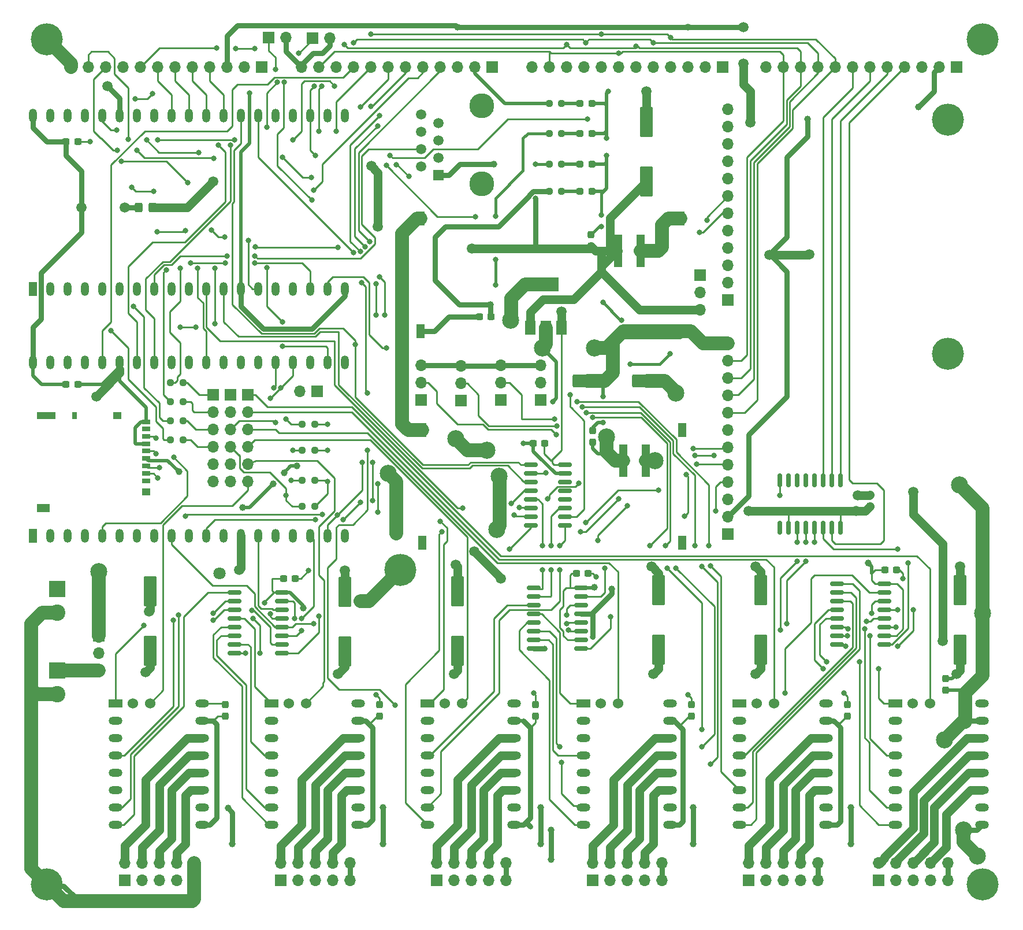
<source format=gtl>
G04 #@! TF.GenerationSoftware,KiCad,Pcbnew,(6.0.0)*
G04 #@! TF.CreationDate,2022-02-08T09:03:49-06:00*
G04 #@! TF.ProjectId,Main Board V1,4d61696e-2042-46f6-9172-642056312e6b,rev?*
G04 #@! TF.SameCoordinates,Original*
G04 #@! TF.FileFunction,Copper,L1,Top*
G04 #@! TF.FilePolarity,Positive*
%FSLAX46Y46*%
G04 Gerber Fmt 4.6, Leading zero omitted, Abs format (unit mm)*
G04 Created by KiCad (PCBNEW (6.0.0)) date 2022-02-08 09:03:49*
%MOMM*%
%LPD*%
G01*
G04 APERTURE LIST*
G04 Aperture macros list*
%AMRoundRect*
0 Rectangle with rounded corners*
0 $1 Rounding radius*
0 $2 $3 $4 $5 $6 $7 $8 $9 X,Y pos of 4 corners*
0 Add a 4 corners polygon primitive as box body*
4,1,4,$2,$3,$4,$5,$6,$7,$8,$9,$2,$3,0*
0 Add four circle primitives for the rounded corners*
1,1,$1+$1,$2,$3*
1,1,$1+$1,$4,$5*
1,1,$1+$1,$6,$7*
1,1,$1+$1,$8,$9*
0 Add four rect primitives between the rounded corners*
20,1,$1+$1,$2,$3,$4,$5,0*
20,1,$1+$1,$4,$5,$6,$7,0*
20,1,$1+$1,$6,$7,$8,$9,0*
20,1,$1+$1,$8,$9,$2,$3,0*%
G04 Aperture macros list end*
G04 #@! TA.AperFunction,SMDPad,CuDef*
%ADD10RoundRect,0.237500X-0.300000X-0.237500X0.300000X-0.237500X0.300000X0.237500X-0.300000X0.237500X0*%
G04 #@! TD*
G04 #@! TA.AperFunction,SMDPad,CuDef*
%ADD11RoundRect,0.237500X0.300000X0.237500X-0.300000X0.237500X-0.300000X-0.237500X0.300000X-0.237500X0*%
G04 #@! TD*
G04 #@! TA.AperFunction,SMDPad,CuDef*
%ADD12RoundRect,0.237500X0.237500X-0.300000X0.237500X0.300000X-0.237500X0.300000X-0.237500X-0.300000X0*%
G04 #@! TD*
G04 #@! TA.AperFunction,SMDPad,CuDef*
%ADD13RoundRect,0.237500X-0.237500X0.300000X-0.237500X-0.300000X0.237500X-0.300000X0.237500X0.300000X0*%
G04 #@! TD*
G04 #@! TA.AperFunction,SMDPad,CuDef*
%ADD14RoundRect,0.249999X-0.325001X-0.450001X0.325001X-0.450001X0.325001X0.450001X-0.325001X0.450001X0*%
G04 #@! TD*
G04 #@! TA.AperFunction,SMDPad,CuDef*
%ADD15RoundRect,0.237500X0.287500X0.237500X-0.287500X0.237500X-0.287500X-0.237500X0.287500X-0.237500X0*%
G04 #@! TD*
G04 #@! TA.AperFunction,ComponentPad*
%ADD16R,1.700000X1.700000*%
G04 #@! TD*
G04 #@! TA.AperFunction,ComponentPad*
%ADD17O,1.700000X1.700000*%
G04 #@! TD*
G04 #@! TA.AperFunction,ComponentPad*
%ADD18R,2.400000X2.400000*%
G04 #@! TD*
G04 #@! TA.AperFunction,ComponentPad*
%ADD19C,2.400000*%
G04 #@! TD*
G04 #@! TA.AperFunction,SMDPad,CuDef*
%ADD20R,1.200000X0.700000*%
G04 #@! TD*
G04 #@! TA.AperFunction,SMDPad,CuDef*
%ADD21R,0.800000X1.000000*%
G04 #@! TD*
G04 #@! TA.AperFunction,SMDPad,CuDef*
%ADD22R,1.200000X1.000000*%
G04 #@! TD*
G04 #@! TA.AperFunction,SMDPad,CuDef*
%ADD23R,2.800000X1.000000*%
G04 #@! TD*
G04 #@! TA.AperFunction,SMDPad,CuDef*
%ADD24R,1.900000X1.300000*%
G04 #@! TD*
G04 #@! TA.AperFunction,SMDPad,CuDef*
%ADD25R,1.200000X4.700000*%
G04 #@! TD*
G04 #@! TA.AperFunction,ComponentPad*
%ADD26R,1.200000X2.000000*%
G04 #@! TD*
G04 #@! TA.AperFunction,SMDPad,CuDef*
%ADD27RoundRect,0.237500X-0.250000X-0.237500X0.250000X-0.237500X0.250000X0.237500X-0.250000X0.237500X0*%
G04 #@! TD*
G04 #@! TA.AperFunction,SMDPad,CuDef*
%ADD28RoundRect,0.237500X0.250000X0.237500X-0.250000X0.237500X-0.250000X-0.237500X0.250000X-0.237500X0*%
G04 #@! TD*
G04 #@! TA.AperFunction,ComponentPad*
%ADD29O,1.200000X2.000000*%
G04 #@! TD*
G04 #@! TA.AperFunction,SMDPad,CuDef*
%ADD30RoundRect,0.150000X-0.850000X-0.150000X0.850000X-0.150000X0.850000X0.150000X-0.850000X0.150000X0*%
G04 #@! TD*
G04 #@! TA.AperFunction,SMDPad,CuDef*
%ADD31R,1.500000X2.000000*%
G04 #@! TD*
G04 #@! TA.AperFunction,SMDPad,CuDef*
%ADD32R,3.800000X2.000000*%
G04 #@! TD*
G04 #@! TA.AperFunction,SMDPad,CuDef*
%ADD33RoundRect,0.150000X-0.837500X-0.150000X0.837500X-0.150000X0.837500X0.150000X-0.837500X0.150000X0*%
G04 #@! TD*
G04 #@! TA.AperFunction,SMDPad,CuDef*
%ADD34RoundRect,0.150000X-0.150000X0.837500X-0.150000X-0.837500X0.150000X-0.837500X0.150000X0.837500X0*%
G04 #@! TD*
G04 #@! TA.AperFunction,ComponentPad*
%ADD35R,2.000000X1.200000*%
G04 #@! TD*
G04 #@! TA.AperFunction,ComponentPad*
%ADD36O,2.000000X1.200000*%
G04 #@! TD*
G04 #@! TA.AperFunction,ComponentPad*
%ADD37C,1.524000*%
G04 #@! TD*
G04 #@! TA.AperFunction,ComponentPad*
%ADD38C,3.100000*%
G04 #@! TD*
G04 #@! TA.AperFunction,ConnectorPad*
%ADD39C,4.700000*%
G04 #@! TD*
G04 #@! TA.AperFunction,SMDPad,CuDef*
%ADD40RoundRect,0.249998X0.700002X-1.950002X0.700002X1.950002X-0.700002X1.950002X-0.700002X-1.950002X0*%
G04 #@! TD*
G04 #@! TA.AperFunction,SMDPad,CuDef*
%ADD41RoundRect,0.249998X1.950002X0.700002X-1.950002X0.700002X-1.950002X-0.700002X1.950002X-0.700002X0*%
G04 #@! TD*
G04 #@! TA.AperFunction,WasherPad*
%ADD42C,3.650000*%
G04 #@! TD*
G04 #@! TA.AperFunction,ComponentPad*
%ADD43R,1.500000X1.500000*%
G04 #@! TD*
G04 #@! TA.AperFunction,ComponentPad*
%ADD44C,1.500000*%
G04 #@! TD*
G04 #@! TA.AperFunction,ComponentPad*
%ADD45C,1.800000*%
G04 #@! TD*
G04 #@! TA.AperFunction,ViaPad*
%ADD46C,2.500000*%
G04 #@! TD*
G04 #@! TA.AperFunction,ViaPad*
%ADD47C,1.500000*%
G04 #@! TD*
G04 #@! TA.AperFunction,ViaPad*
%ADD48C,0.800000*%
G04 #@! TD*
G04 #@! TA.AperFunction,ViaPad*
%ADD49C,1.000000*%
G04 #@! TD*
G04 #@! TA.AperFunction,Conductor*
%ADD50C,2.032000*%
G04 #@! TD*
G04 #@! TA.AperFunction,Conductor*
%ADD51C,0.762000*%
G04 #@! TD*
G04 #@! TA.AperFunction,Conductor*
%ADD52C,0.508000*%
G04 #@! TD*
G04 #@! TA.AperFunction,Conductor*
%ADD53C,1.270000*%
G04 #@! TD*
G04 #@! TA.AperFunction,Conductor*
%ADD54C,0.381000*%
G04 #@! TD*
G04 #@! TA.AperFunction,Conductor*
%ADD55C,0.254000*%
G04 #@! TD*
G04 #@! TA.AperFunction,Conductor*
%ADD56C,0.250000*%
G04 #@! TD*
G04 APERTURE END LIST*
D10*
X67590500Y-44196000D03*
X69315500Y-44196000D03*
D11*
X69315500Y-79756000D03*
X67590500Y-79756000D03*
D12*
X144526000Y-59536500D03*
X144526000Y-57811500D03*
X144780000Y-88238500D03*
X144780000Y-86513500D03*
D10*
X128169500Y-69850000D03*
X129894500Y-69850000D03*
D11*
X101192500Y-108204000D03*
X99467500Y-108204000D03*
X189330500Y-106934000D03*
X187605500Y-106934000D03*
D13*
X185420000Y-95911500D03*
X185420000Y-97636500D03*
D11*
X144118500Y-107442000D03*
X142393500Y-107442000D03*
D14*
X78223000Y-53848000D03*
X80273000Y-53848000D03*
D15*
X144639000Y-38608000D03*
X142889000Y-38608000D03*
X144639000Y-47498000D03*
X142889000Y-47498000D03*
X144639000Y-43053000D03*
X142889000Y-43053000D03*
X144639000Y-51500000D03*
X142889000Y-51500000D03*
D16*
X164592000Y-101727000D03*
D17*
X164592000Y-99187000D03*
X164592000Y-96647000D03*
X164592000Y-94107000D03*
X164592000Y-91567000D03*
X164592000Y-89027000D03*
X164592000Y-86487000D03*
X164592000Y-83947000D03*
X164592000Y-81407000D03*
X164592000Y-78867000D03*
X164592000Y-76327000D03*
X164592000Y-73787000D03*
D18*
X66294000Y-109728000D03*
D19*
X66294000Y-113228000D03*
D16*
X130048000Y-33274000D03*
D17*
X127508000Y-33274000D03*
X124968000Y-33274000D03*
X122428000Y-33274000D03*
X119888000Y-33274000D03*
X117348000Y-33274000D03*
X114808000Y-33274000D03*
X112268000Y-33274000D03*
X109728000Y-33274000D03*
X107188000Y-33274000D03*
X104648000Y-33274000D03*
X102108000Y-33274000D03*
D16*
X72390000Y-116586000D03*
D17*
X72390000Y-119126000D03*
X72390000Y-121666000D03*
D16*
X164592000Y-67437000D03*
D17*
X164592000Y-64897000D03*
X164592000Y-62357000D03*
X164592000Y-59817000D03*
X164592000Y-57277000D03*
X164592000Y-54737000D03*
X164592000Y-52197000D03*
X164592000Y-49657000D03*
X164592000Y-47117000D03*
X164592000Y-44577000D03*
X164592000Y-42037000D03*
X164592000Y-39497000D03*
D16*
X160528000Y-63754000D03*
D17*
X160528000Y-66294000D03*
X160528000Y-68834000D03*
D16*
X198120000Y-33274000D03*
D17*
X195580000Y-33274000D03*
X193040000Y-33274000D03*
X190500000Y-33274000D03*
X187960000Y-33274000D03*
X185420000Y-33274000D03*
X182880000Y-33274000D03*
X180340000Y-33274000D03*
X177800000Y-33274000D03*
X175260000Y-33274000D03*
X172720000Y-33274000D03*
X170180000Y-33274000D03*
D20*
X79353000Y-93961000D03*
X79353000Y-92861000D03*
X79353000Y-91761000D03*
X79353000Y-90661000D03*
X79353000Y-89561000D03*
X79353000Y-88461000D03*
X79353000Y-87361000D03*
X79353000Y-86261000D03*
X79353000Y-85311000D03*
D21*
X68853000Y-84361000D03*
D22*
X75053000Y-84361000D03*
D23*
X64703000Y-84361000D03*
D24*
X64253000Y-97861000D03*
D22*
X79353000Y-95511000D03*
D16*
X119634000Y-82042000D03*
D17*
X119634000Y-79502000D03*
X119634000Y-76962000D03*
D16*
X131318000Y-82042000D03*
D17*
X131318000Y-79502000D03*
X131318000Y-76962000D03*
D16*
X137160000Y-82042000D03*
D17*
X137160000Y-79502000D03*
X137160000Y-76962000D03*
D25*
X152531000Y-90932000D03*
X149221000Y-90932000D03*
D26*
X119507000Y-55499000D03*
X119507000Y-72009000D03*
X157607000Y-55499000D03*
X157607000Y-72009000D03*
X119761000Y-86487000D03*
X119761000Y-102997000D03*
X157861000Y-86487000D03*
X157861000Y-102997000D03*
D27*
X102211500Y-85598000D03*
X104036500Y-85598000D03*
X102211500Y-89408000D03*
X104036500Y-89408000D03*
X102211500Y-97663000D03*
X104036500Y-97663000D03*
D28*
X140231500Y-38608000D03*
X138406500Y-38608000D03*
X140231500Y-47498000D03*
X138406500Y-47498000D03*
X140231500Y-43053000D03*
X138406500Y-43053000D03*
X140231500Y-51500000D03*
X138406500Y-51500000D03*
D26*
X62738000Y-65786000D03*
D29*
X65278000Y-65786000D03*
X67818000Y-65786000D03*
X70358000Y-65786000D03*
X72898000Y-65786000D03*
X75438000Y-65786000D03*
X77978000Y-65786000D03*
X80518000Y-65786000D03*
X83058000Y-65786000D03*
X85598000Y-65786000D03*
X88138000Y-65786000D03*
X90678000Y-65786000D03*
X93218000Y-65786000D03*
X95758000Y-65786000D03*
X98298000Y-65786000D03*
X100838000Y-65786000D03*
X103378000Y-65786000D03*
X105918000Y-65786000D03*
X108458000Y-65786000D03*
X108458000Y-40386000D03*
X105918000Y-40386000D03*
X103378000Y-40386000D03*
X100838000Y-40386000D03*
X98298000Y-40386000D03*
X95758000Y-40386000D03*
X93218000Y-40386000D03*
X90678000Y-40386000D03*
X88138000Y-40386000D03*
X85598000Y-40386000D03*
X83058000Y-40386000D03*
X80518000Y-40386000D03*
X77978000Y-40386000D03*
X75438000Y-40386000D03*
X72898000Y-40386000D03*
X70358000Y-40386000D03*
X67818000Y-40386000D03*
X65278000Y-40386000D03*
X62738000Y-40386000D03*
D30*
X135676000Y-91567000D03*
X135676000Y-92837000D03*
X135676000Y-94107000D03*
X135676000Y-95377000D03*
X135676000Y-96647000D03*
X135676000Y-97917000D03*
X135676000Y-99187000D03*
X135676000Y-100457000D03*
X140676000Y-100457000D03*
X140676000Y-99187000D03*
X140676000Y-97917000D03*
X140676000Y-96647000D03*
X140676000Y-95377000D03*
X140676000Y-94107000D03*
X140676000Y-92837000D03*
X140676000Y-91567000D03*
D26*
X62738000Y-101981000D03*
D29*
X65278000Y-101981000D03*
X67818000Y-101981000D03*
X70358000Y-101981000D03*
X72898000Y-101981000D03*
X75438000Y-101981000D03*
X77978000Y-101981000D03*
X80518000Y-101981000D03*
X83058000Y-101981000D03*
X85598000Y-101981000D03*
X88138000Y-101981000D03*
X90678000Y-101981000D03*
X93218000Y-101981000D03*
X95758000Y-101981000D03*
X98298000Y-101981000D03*
X100838000Y-101981000D03*
X103378000Y-101981000D03*
X105918000Y-101981000D03*
X108458000Y-101981000D03*
X108458000Y-76581000D03*
X105918000Y-76581000D03*
X103378000Y-76581000D03*
X100838000Y-76581000D03*
X98298000Y-76581000D03*
X95758000Y-76581000D03*
X93218000Y-76581000D03*
X90678000Y-76581000D03*
X88138000Y-76581000D03*
X85598000Y-76581000D03*
X83058000Y-76581000D03*
X80518000Y-76581000D03*
X77978000Y-76581000D03*
X75438000Y-76581000D03*
X72898000Y-76581000D03*
X70358000Y-76581000D03*
X67818000Y-76581000D03*
X65278000Y-76581000D03*
X62738000Y-76581000D03*
D31*
X135622000Y-71476000D03*
X137922000Y-71476000D03*
X140222000Y-71476000D03*
D32*
X137922000Y-65176000D03*
D33*
X92295500Y-110236000D03*
X92295500Y-111506000D03*
X92295500Y-112776000D03*
X92295500Y-114046000D03*
X92295500Y-115316000D03*
X92295500Y-116586000D03*
X92295500Y-117856000D03*
X92295500Y-119126000D03*
X99220500Y-119126000D03*
X99220500Y-117856000D03*
X99220500Y-116586000D03*
X99220500Y-115316000D03*
X99220500Y-114046000D03*
X99220500Y-112776000D03*
X99220500Y-111506000D03*
X99220500Y-110236000D03*
X180560500Y-108966000D03*
X180560500Y-110236000D03*
X180560500Y-111506000D03*
X180560500Y-112776000D03*
X180560500Y-114046000D03*
X180560500Y-115316000D03*
X180560500Y-116586000D03*
X180560500Y-117856000D03*
X187485500Y-117856000D03*
X187485500Y-116586000D03*
X187485500Y-115316000D03*
X187485500Y-114046000D03*
X187485500Y-112776000D03*
X187485500Y-111506000D03*
X187485500Y-110236000D03*
X187485500Y-108966000D03*
X136110500Y-109601000D03*
X136110500Y-110871000D03*
X136110500Y-112141000D03*
X136110500Y-113411000D03*
X136110500Y-114681000D03*
X136110500Y-115951000D03*
X136110500Y-117221000D03*
X136110500Y-118491000D03*
X143035500Y-118491000D03*
X143035500Y-117221000D03*
X143035500Y-115951000D03*
X143035500Y-114681000D03*
X143035500Y-113411000D03*
X143035500Y-112141000D03*
X143035500Y-110871000D03*
X143035500Y-109601000D03*
D34*
X181102000Y-93819500D03*
X179832000Y-93819500D03*
X178562000Y-93819500D03*
X177292000Y-93819500D03*
X176022000Y-93819500D03*
X174752000Y-93819500D03*
X173482000Y-93819500D03*
X172212000Y-93819500D03*
X172212000Y-100744500D03*
X173482000Y-100744500D03*
X174752000Y-100744500D03*
X176022000Y-100744500D03*
X177292000Y-100744500D03*
X178562000Y-100744500D03*
X179832000Y-100744500D03*
X181102000Y-100744500D03*
D35*
X74803000Y-126492000D03*
D36*
X74803000Y-129032000D03*
X74803000Y-131572000D03*
X74803000Y-134112000D03*
X74803000Y-136652000D03*
X74803000Y-139192000D03*
X74803000Y-141732000D03*
X74803000Y-144272000D03*
X87503000Y-144272000D03*
X87503000Y-141732000D03*
X87503000Y-139192000D03*
X87503000Y-136652000D03*
X87503000Y-134112000D03*
X87503000Y-131572000D03*
X87503000Y-129032000D03*
X87503000Y-126492000D03*
D37*
X79883000Y-126492000D03*
X77343000Y-126492000D03*
D35*
X97663000Y-126492000D03*
D36*
X97663000Y-129032000D03*
X97663000Y-131572000D03*
X97663000Y-134112000D03*
X97663000Y-136652000D03*
X97663000Y-139192000D03*
X97663000Y-141732000D03*
X97663000Y-144272000D03*
X110363000Y-144272000D03*
X110363000Y-141732000D03*
X110363000Y-139192000D03*
X110363000Y-136652000D03*
X110363000Y-134112000D03*
X110363000Y-131572000D03*
X110363000Y-129032000D03*
X110363000Y-126492000D03*
D37*
X102743000Y-126492000D03*
X100203000Y-126492000D03*
D35*
X120523000Y-126492000D03*
D36*
X120523000Y-129032000D03*
X120523000Y-131572000D03*
X120523000Y-134112000D03*
X120523000Y-136652000D03*
X120523000Y-139192000D03*
X120523000Y-141732000D03*
X120523000Y-144272000D03*
X133223000Y-144272000D03*
X133223000Y-141732000D03*
X133223000Y-139192000D03*
X133223000Y-136652000D03*
X133223000Y-134112000D03*
X133223000Y-131572000D03*
X133223000Y-129032000D03*
X133223000Y-126492000D03*
D37*
X125603000Y-126492000D03*
X123063000Y-126492000D03*
D35*
X143383000Y-126492000D03*
D36*
X143383000Y-129032000D03*
X143383000Y-131572000D03*
X143383000Y-134112000D03*
X143383000Y-136652000D03*
X143383000Y-139192000D03*
X143383000Y-141732000D03*
X143383000Y-144272000D03*
X156083000Y-144272000D03*
X156083000Y-141732000D03*
X156083000Y-139192000D03*
X156083000Y-136652000D03*
X156083000Y-134112000D03*
X156083000Y-131572000D03*
X156083000Y-129032000D03*
X156083000Y-126492000D03*
D37*
X148463000Y-126492000D03*
X145923000Y-126492000D03*
D35*
X166243000Y-126492000D03*
D36*
X166243000Y-129032000D03*
X166243000Y-131572000D03*
X166243000Y-134112000D03*
X166243000Y-136652000D03*
X166243000Y-139192000D03*
X166243000Y-141732000D03*
X166243000Y-144272000D03*
X178943000Y-144272000D03*
X178943000Y-141732000D03*
X178943000Y-139192000D03*
X178943000Y-136652000D03*
X178943000Y-134112000D03*
X178943000Y-131572000D03*
X178943000Y-129032000D03*
X178943000Y-126492000D03*
D37*
X171323000Y-126492000D03*
X168783000Y-126492000D03*
D35*
X189103000Y-126492000D03*
D36*
X189103000Y-129032000D03*
X189103000Y-131572000D03*
X189103000Y-134112000D03*
X189103000Y-136652000D03*
X189103000Y-139192000D03*
X189103000Y-141732000D03*
X189103000Y-144272000D03*
X201803000Y-144272000D03*
X201803000Y-141732000D03*
X201803000Y-139192000D03*
X201803000Y-136652000D03*
X201803000Y-134112000D03*
X201803000Y-131572000D03*
X201803000Y-129032000D03*
X201803000Y-126492000D03*
D37*
X194183000Y-126492000D03*
X191643000Y-126492000D03*
D18*
X66294000Y-121666000D03*
D19*
X66294000Y-125166000D03*
D25*
X151769000Y-60198000D03*
X148459000Y-60198000D03*
D16*
X125476000Y-82169000D03*
D17*
X125476000Y-79629000D03*
X125476000Y-77089000D03*
D27*
X102211500Y-93853000D03*
X104036500Y-93853000D03*
D16*
X96266000Y-33274000D03*
D17*
X93726000Y-33274000D03*
X91186000Y-33274000D03*
X88646000Y-33274000D03*
X86106000Y-33274000D03*
X83566000Y-33274000D03*
X81026000Y-33274000D03*
X78486000Y-33274000D03*
X75946000Y-33274000D03*
X73406000Y-33274000D03*
X70866000Y-33274000D03*
X68326000Y-33274000D03*
D38*
X64770000Y-153035000D03*
D39*
X64770000Y-153035000D03*
D38*
X116586000Y-106934000D03*
D39*
X116586000Y-106934000D03*
X201930000Y-153035000D03*
D38*
X201930000Y-153035000D03*
D39*
X196850000Y-75311000D03*
D38*
X196850000Y-75311000D03*
D39*
X196850000Y-41021000D03*
D38*
X196850000Y-41021000D03*
X64770000Y-29210000D03*
D39*
X64770000Y-29210000D03*
D40*
X152654000Y-50070000D03*
X152654000Y-41370000D03*
D41*
X152686000Y-79248000D03*
X143986000Y-79248000D03*
D40*
X79883000Y-118777000D03*
X79883000Y-110077000D03*
X108458000Y-118904000D03*
X108458000Y-110204000D03*
X124968000Y-118777000D03*
X124968000Y-110077000D03*
X154432000Y-118650000D03*
X154432000Y-109950000D03*
X169418000Y-118650000D03*
X169418000Y-109950000D03*
X198628000Y-118650000D03*
X198628000Y-109950000D03*
D38*
X201930000Y-29210000D03*
D39*
X201930000Y-29210000D03*
D16*
X76200000Y-152400000D03*
D17*
X76200000Y-149860000D03*
X78740000Y-152400000D03*
X78740000Y-149860000D03*
X81280000Y-152400000D03*
X81280000Y-149860000D03*
X83820000Y-152400000D03*
X83820000Y-149860000D03*
X86360000Y-152400000D03*
X86360000Y-149860000D03*
D16*
X99060000Y-152400000D03*
D17*
X99060000Y-149860000D03*
X101600000Y-152400000D03*
X101600000Y-149860000D03*
X104140000Y-152400000D03*
X104140000Y-149860000D03*
X106680000Y-152400000D03*
X106680000Y-149860000D03*
X109220000Y-152400000D03*
X109220000Y-149860000D03*
D16*
X121920000Y-152400000D03*
D17*
X121920000Y-149860000D03*
X124460000Y-152400000D03*
X124460000Y-149860000D03*
X127000000Y-152400000D03*
X127000000Y-149860000D03*
X129540000Y-152400000D03*
X129540000Y-149860000D03*
X132080000Y-152400000D03*
X132080000Y-149860000D03*
D16*
X144780000Y-152400000D03*
D17*
X144780000Y-149860000D03*
X147320000Y-152400000D03*
X147320000Y-149860000D03*
X149860000Y-152400000D03*
X149860000Y-149860000D03*
X152400000Y-152400000D03*
X152400000Y-149860000D03*
X154940000Y-152400000D03*
X154940000Y-149860000D03*
D16*
X167640000Y-152400000D03*
D17*
X167640000Y-149860000D03*
X170180000Y-152400000D03*
X170180000Y-149860000D03*
X172720000Y-152400000D03*
X172720000Y-149860000D03*
X175260000Y-152400000D03*
X175260000Y-149860000D03*
X177800000Y-152400000D03*
X177800000Y-149860000D03*
D16*
X186690000Y-152400000D03*
D17*
X186690000Y-149860000D03*
X189230000Y-152400000D03*
X189230000Y-149860000D03*
X191770000Y-152400000D03*
X191770000Y-149860000D03*
X194310000Y-152400000D03*
X194310000Y-149860000D03*
X196850000Y-152400000D03*
X196850000Y-149860000D03*
D16*
X163830000Y-33274000D03*
D17*
X161290000Y-33274000D03*
X158750000Y-33274000D03*
X156210000Y-33274000D03*
X153670000Y-33274000D03*
X151130000Y-33274000D03*
X148590000Y-33274000D03*
X146050000Y-33274000D03*
X143510000Y-33274000D03*
X140970000Y-33274000D03*
X138430000Y-33274000D03*
X135890000Y-33274000D03*
D13*
X90932000Y-126645500D03*
X90932000Y-128370500D03*
X113538000Y-126645500D03*
X113538000Y-128370500D03*
X136398000Y-126645500D03*
X136398000Y-128370500D03*
X159258000Y-126645500D03*
X159258000Y-128370500D03*
X182118000Y-126645500D03*
X182118000Y-128370500D03*
X196500000Y-122887500D03*
X196500000Y-124612500D03*
D16*
X104394000Y-80772000D03*
D17*
X101854000Y-80772000D03*
D16*
X94234000Y-81280000D03*
D17*
X94234000Y-83820000D03*
X94234000Y-86360000D03*
X94234000Y-88900000D03*
X94234000Y-91440000D03*
X94234000Y-93980000D03*
D16*
X91694000Y-81280000D03*
D17*
X91694000Y-83820000D03*
X91694000Y-86360000D03*
X91694000Y-88900000D03*
X91694000Y-91440000D03*
X91694000Y-93980000D03*
D16*
X89154000Y-81280000D03*
D17*
X89154000Y-83820000D03*
X89154000Y-86360000D03*
X89154000Y-88900000D03*
X89154000Y-91440000D03*
X89154000Y-93980000D03*
D28*
X84732500Y-79502000D03*
X82907500Y-79502000D03*
X84732500Y-82296000D03*
X82907500Y-82296000D03*
X84732500Y-85090000D03*
X82907500Y-85090000D03*
X84732500Y-87884000D03*
X82907500Y-87884000D03*
D42*
X128500000Y-50430000D03*
X128500000Y-39000000D03*
D43*
X122150000Y-49160000D03*
D44*
X119610000Y-47890000D03*
X122150000Y-46620000D03*
X119610000Y-45350000D03*
X122150000Y-44080000D03*
X119610000Y-42810000D03*
X122150000Y-41540000D03*
X119610000Y-40270000D03*
D10*
X136043500Y-88392000D03*
X137768500Y-88392000D03*
D16*
X97300000Y-29000000D03*
D17*
X99840000Y-29000000D03*
D16*
X103700000Y-29100000D03*
D17*
X106240000Y-29100000D03*
D45*
X115951000Y-101600000D03*
X90043000Y-107442000D03*
D46*
X132715000Y-70358000D03*
D47*
X69850000Y-53848000D03*
X76200000Y-53848000D03*
X112300000Y-47800000D03*
D48*
X136398000Y-47498000D03*
X136398000Y-52500000D03*
D47*
X89100000Y-50100000D03*
X127043945Y-59861190D03*
X113284000Y-56641996D03*
D49*
X130250000Y-47500000D03*
D46*
X131064000Y-93270020D03*
D48*
X146249996Y-67750000D03*
X130500000Y-55118000D03*
X130499994Y-61500000D03*
D46*
X146812000Y-87503000D03*
D48*
X148979424Y-70355655D03*
D46*
X130683000Y-101017020D03*
D48*
X130500000Y-65250004D03*
D46*
X156972000Y-81026000D03*
X72390000Y-107188000D03*
D49*
X129794000Y-68072000D03*
X97967222Y-94310778D03*
X99568000Y-92710000D03*
X101410500Y-91758500D03*
D47*
X140221994Y-69102000D03*
D49*
X93472000Y-97790000D03*
X84138500Y-92583000D03*
X137160000Y-141732000D03*
D48*
X150241000Y-76835000D03*
D47*
X166878000Y-27493000D03*
D49*
X114046000Y-141732000D03*
X185166000Y-105918000D03*
D48*
X94774831Y-112885258D03*
D49*
X145034000Y-109474000D03*
D48*
X96647000Y-111760000D03*
D49*
X182626000Y-141732000D03*
D47*
X167640000Y-98298000D03*
D49*
X182626000Y-147066000D03*
X158750000Y-27432000D03*
X137160000Y-147066000D03*
X159512000Y-147066000D03*
D48*
X156083000Y-75311000D03*
D49*
X114046000Y-147066000D03*
D47*
X183388000Y-98298000D03*
D49*
X91313004Y-141859000D03*
X124968000Y-27432000D03*
X159512000Y-141732000D03*
X102362000Y-112522000D03*
D47*
X167894000Y-41402000D03*
X166878000Y-32766000D03*
D49*
X91948000Y-147066000D03*
D47*
X107442000Y-122174000D03*
D49*
X176276000Y-40894000D03*
D48*
X136144000Y-124968000D03*
D47*
X124460000Y-122174000D03*
X191770000Y-95504000D03*
X79248000Y-121920000D03*
D48*
X113030000Y-125222000D03*
X181610000Y-124968000D03*
D47*
X176530000Y-60706000D03*
X170688000Y-60833000D03*
D48*
X158750000Y-125222000D03*
D49*
X192532000Y-39116000D03*
D47*
X168656000Y-122174000D03*
X153670000Y-122174000D03*
X198120000Y-122174000D03*
X196088000Y-117348000D03*
D48*
X162814000Y-98298000D03*
X149860000Y-97536000D03*
X145542000Y-102616000D03*
X142748000Y-94234000D03*
X160020000Y-91440000D03*
X158496000Y-92964000D03*
X138176000Y-96520000D03*
X158242000Y-99060000D03*
X159512000Y-89154000D03*
X143001998Y-101346000D03*
X148590000Y-96519996D03*
X99822000Y-96012000D03*
X162560000Y-90170000D03*
X98297998Y-85344000D03*
X154438067Y-95256067D03*
X98044000Y-80264000D03*
X143724301Y-99993395D03*
X100584000Y-93853000D03*
X159766000Y-90170000D03*
X113030000Y-69596000D03*
X100838000Y-89408000D03*
X97536000Y-81788000D03*
X99043348Y-80300446D03*
X112231959Y-39079929D03*
X113538000Y-40386008D03*
X113023933Y-65017933D03*
X110690323Y-60334835D03*
X113538000Y-64008000D03*
X114300000Y-69596000D03*
X99822000Y-84836000D03*
X113284000Y-41910000D03*
X110744000Y-39116000D03*
X111417333Y-59632451D03*
X156210000Y-28956000D03*
X91656663Y-44756397D03*
X146050000Y-28448000D03*
X112268000Y-28448000D03*
X107188000Y-42672006D03*
X109728000Y-29718000D03*
X143764000Y-29718000D03*
X153670000Y-29718000D03*
X92236990Y-43942000D03*
X108400000Y-29972000D03*
X81026000Y-43942000D03*
X100838000Y-43942000D03*
X140970000Y-29972000D03*
X106934000Y-36068000D03*
X151130000Y-30226000D03*
X105050000Y-36100000D03*
X89916000Y-44704000D03*
X148590000Y-31242000D03*
X104648000Y-42672000D03*
X103886000Y-51308000D03*
X86868000Y-62738000D03*
X112056969Y-58863757D03*
X84328000Y-71374000D03*
X95300000Y-59600000D03*
X86614000Y-71374000D03*
X107442000Y-59690000D03*
X89408000Y-70866000D03*
X83381214Y-90481786D03*
X89408000Y-62738000D03*
X160394926Y-57524926D03*
X161500000Y-55750000D03*
X109982000Y-73914000D03*
X81026000Y-93472000D03*
X105156000Y-98806000D03*
X110998000Y-91186000D03*
X85090000Y-99060000D03*
X81280000Y-91948000D03*
X107353343Y-98906805D03*
X108204000Y-99568000D03*
X80772000Y-89916000D03*
X112522000Y-96792511D03*
X104140000Y-99568000D03*
X110744000Y-97028000D03*
X112538806Y-91238306D03*
X80772000Y-87630000D03*
X113284000Y-98516500D03*
X113284000Y-94361000D03*
X139446000Y-87122000D03*
X153162000Y-103378000D03*
X160782002Y-130302000D03*
X144780000Y-84617051D03*
X155702000Y-106680000D03*
X143810701Y-83890051D03*
X155448004Y-103378000D03*
X160782000Y-132842000D03*
X156972000Y-106680002D03*
X139495000Y-85852000D03*
X159766000Y-103378000D03*
X143256000Y-83058000D03*
X139192000Y-84836000D03*
X162052000Y-135382000D03*
X160782001Y-106425995D03*
X142494000Y-82296000D03*
X162033868Y-106360545D03*
X161798000Y-103378000D03*
D46*
X153924000Y-90932000D03*
D48*
X125730000Y-97917000D03*
X133985000Y-97790000D03*
X111760000Y-81026000D03*
X109697640Y-60455684D03*
X115824000Y-126746000D03*
X111760000Y-89408000D03*
X110889074Y-64860926D03*
X141478000Y-81280000D03*
X114554000Y-74422000D03*
X137922000Y-92710000D03*
X146558000Y-106680000D03*
X132842000Y-97190500D03*
X122428000Y-99822000D03*
X137414000Y-103378000D03*
X137414000Y-106934000D03*
X122682000Y-101346000D03*
X133223000Y-98933000D03*
X139954000Y-106934000D03*
X139954000Y-103378002D03*
X138684000Y-106934000D03*
X138684000Y-103378000D03*
X189230002Y-115316000D03*
X141171948Y-115787399D03*
X102108000Y-115824000D03*
X102108000Y-114046000D03*
X172248601Y-115787399D03*
X174752000Y-102870000D03*
X174752000Y-105664000D03*
X103886000Y-114808000D03*
X184912000Y-114519010D03*
X140970004Y-114808000D03*
X176022000Y-105664000D03*
X176022000Y-102870000D03*
X173228000Y-114808000D03*
X78994002Y-115062000D03*
X101092000Y-114046000D03*
X104613001Y-113757001D03*
X140970000Y-113538000D03*
X89154000Y-114300000D03*
X83312000Y-114299988D03*
X89154000Y-113284000D03*
X84074000Y-113538000D03*
X172974000Y-124968000D03*
X147378679Y-113850679D03*
X185674000Y-113284000D03*
X189484000Y-103886002D03*
X191008000Y-105918000D03*
X185385010Y-116586000D03*
X182118000Y-116586000D03*
X184623000Y-115570000D03*
X182153000Y-115570000D03*
X179070000Y-120396000D03*
X183858751Y-120428852D03*
X186690000Y-121412000D03*
X178562000Y-121412000D03*
X140208000Y-135128000D03*
X139954000Y-132842000D03*
X74168000Y-71882000D03*
X77470000Y-68326000D03*
X82296000Y-62992000D03*
X84328000Y-62738000D03*
D46*
X114808000Y-92837000D03*
D48*
X105918000Y-89408000D03*
X105918000Y-85598000D03*
X105918000Y-93980000D03*
X85800000Y-62000000D03*
X95246779Y-61964330D03*
X90900000Y-62000000D03*
X77200000Y-50900000D03*
X76700000Y-43900000D03*
X80400000Y-51500000D03*
X85100000Y-57300000D03*
X80900000Y-57400000D03*
X88900000Y-57200000D03*
X94270999Y-58729001D03*
X75057000Y-45500000D03*
X85400000Y-50200000D03*
X75714067Y-47114067D03*
X90800000Y-58200000D03*
X95250000Y-60960000D03*
X91186000Y-60960000D03*
X104140000Y-46228000D03*
X103950000Y-36100000D03*
X95200000Y-30550000D03*
X89662000Y-30480000D03*
X144018000Y-40894000D03*
X92450000Y-30550000D03*
X115084571Y-46233761D03*
X79400000Y-44000000D03*
X115981933Y-47581933D03*
X117800000Y-49300000D03*
X87000000Y-45800000D03*
X103500000Y-49500000D03*
X99300000Y-46517000D03*
X89200000Y-46700000D03*
X114500000Y-47700000D03*
X74988319Y-42545000D03*
X78000000Y-45500000D03*
X127598846Y-55198837D03*
X98300000Y-33600000D03*
X98552000Y-35524500D03*
X97000000Y-42100000D03*
X101700000Y-31300000D03*
X103600000Y-52800000D03*
X99568000Y-35524500D03*
X97028000Y-62700500D03*
X99314000Y-74168000D03*
X99314000Y-70647000D03*
X80264000Y-37211000D03*
X77724000Y-37973000D03*
X93890000Y-119126000D03*
X177292000Y-102870000D03*
X147066000Y-36830000D03*
X190246000Y-108204000D03*
X146812000Y-46228000D03*
X71120000Y-44196000D03*
D47*
X124714000Y-106172000D03*
D46*
X201168000Y-148897000D03*
D47*
X168656000Y-106487000D03*
D46*
X196342000Y-131826000D03*
D47*
X131318000Y-108204000D03*
X108458000Y-107061000D03*
D48*
X146000000Y-55000000D03*
D47*
X73660000Y-36068000D03*
X72009000Y-81534000D03*
D48*
X146304000Y-81534000D03*
D47*
X110744000Y-111506000D03*
D48*
X189484000Y-118110000D03*
D46*
X129286000Y-89408000D03*
X199136000Y-145034000D03*
D48*
X146304000Y-85344051D03*
X137750014Y-118500000D03*
X146050000Y-56642000D03*
D46*
X201930000Y-113284000D03*
D47*
X183642000Y-96012000D03*
D48*
X94488003Y-37084003D03*
D47*
X153416000Y-106487000D03*
D49*
X147574000Y-109728000D03*
D48*
X181864000Y-118110000D03*
D49*
X138684000Y-145034000D03*
D48*
X145288000Y-107950000D03*
X135636000Y-144526000D03*
X191770000Y-112776000D03*
D46*
X145034000Y-74422000D03*
D48*
X96012000Y-119126000D03*
X94996000Y-114046000D03*
D47*
X127441499Y-104267000D03*
D46*
X137414000Y-74422000D03*
D48*
X134620000Y-88392000D03*
X138938000Y-82296000D03*
D49*
X138684000Y-149352000D03*
D46*
X124714000Y-87757000D03*
D48*
X132588000Y-103886000D03*
D47*
X92964000Y-106934000D03*
D48*
X172212000Y-96012000D03*
X103124000Y-107061000D03*
D46*
X198500000Y-94500000D03*
D48*
X97479697Y-113356784D03*
X144750000Y-116750000D03*
X146812000Y-43688000D03*
D47*
X152654000Y-36830000D03*
X198628000Y-106426000D03*
X79756000Y-113030000D03*
D48*
X189484000Y-112776000D03*
D50*
X134849000Y-65176000D02*
X137922000Y-65176000D01*
X132842000Y-70231000D02*
X132842000Y-67183000D01*
X132842000Y-67183000D02*
X134849000Y-65176000D01*
X132715000Y-70358000D02*
X132842000Y-70231000D01*
D51*
X63919001Y-63411001D02*
X69850000Y-57480002D01*
X67590500Y-46254500D02*
X67590500Y-44196000D01*
D52*
X64008000Y-79756000D02*
X62738000Y-78486000D01*
D51*
X62738000Y-71374000D02*
X63919001Y-70192999D01*
X64770000Y-44196000D02*
X62738000Y-42164000D01*
X62738000Y-42164000D02*
X62738000Y-40386000D01*
D52*
X67590500Y-79756000D02*
X64008000Y-79756000D01*
D51*
X69850000Y-48514000D02*
X67590500Y-46254500D01*
X69850000Y-57480002D02*
X69850000Y-53848000D01*
X67590500Y-44196000D02*
X64770000Y-44196000D01*
D52*
X62738000Y-78486000D02*
X62738000Y-76581000D01*
D51*
X69850000Y-53848000D02*
X69850000Y-48514000D01*
X62738000Y-76581000D02*
X62738000Y-71374000D01*
X78223000Y-53848000D02*
X76200000Y-53848000D01*
X63919001Y-70192999D02*
X63919001Y-63411001D01*
D53*
X148082000Y-60198000D02*
X147066000Y-60198000D01*
D54*
X136398000Y-47498000D02*
X138406500Y-47498000D01*
D53*
X85352000Y-53848000D02*
X89100000Y-50100000D01*
X146050000Y-60198000D02*
X145187500Y-60198000D01*
X148459000Y-60198000D02*
X148082000Y-60198000D01*
D51*
X122150000Y-49160000D02*
X123662000Y-49160000D01*
D53*
X147320000Y-55404000D02*
X147320000Y-59436000D01*
X113284000Y-48784000D02*
X112300000Y-47800000D01*
X145187500Y-60198000D02*
X144526000Y-59536500D01*
X146050000Y-63246000D02*
X151638000Y-68834000D01*
X135622000Y-71476000D02*
X135622000Y-69206000D01*
X148336000Y-60198000D02*
X146050000Y-62484000D01*
X141986000Y-67310000D02*
X144272000Y-65024000D01*
X144850690Y-59861190D02*
X136611190Y-59861190D01*
D51*
X123662000Y-49160000D02*
X125322000Y-47500000D01*
D53*
X135622000Y-69206000D02*
X137518000Y-67310000D01*
X136611190Y-59861190D02*
X128104605Y-59861190D01*
X113284000Y-56641996D02*
X113284000Y-48784000D01*
X147320000Y-59436000D02*
X148082000Y-60198000D01*
X128104605Y-59861190D02*
X127043945Y-59861190D01*
X146050000Y-62484000D02*
X146050000Y-60198000D01*
X146050000Y-63246000D02*
X146050000Y-62484000D01*
D51*
X125322000Y-47500000D02*
X130250000Y-47500000D01*
X136398000Y-59648000D02*
X136611190Y-59861190D01*
D53*
X144272000Y-65024000D02*
X146050000Y-63246000D01*
X151638000Y-68834000D02*
X160528000Y-68834000D01*
X148459000Y-60198000D02*
X148336000Y-60198000D01*
X145187500Y-60198000D02*
X144850690Y-59861190D01*
D51*
X136398000Y-52500000D02*
X136398000Y-59648000D01*
D53*
X80273000Y-53848000D02*
X85352000Y-53848000D01*
X137518000Y-67310000D02*
X141986000Y-67310000D01*
X152654000Y-50070000D02*
X147320000Y-55404000D01*
X148459000Y-60198000D02*
X146050000Y-60198000D01*
D50*
X148082000Y-90932000D02*
X147066000Y-89916000D01*
X146812000Y-87503000D02*
X146812000Y-89662000D01*
D54*
X138406500Y-43053000D02*
X135255000Y-43053000D01*
D52*
X144780000Y-88238500D02*
X144780000Y-89154000D01*
D54*
X130499994Y-61500000D02*
X130499994Y-65249998D01*
D50*
X131064000Y-93270020D02*
X131116989Y-93323009D01*
X149221000Y-90932000D02*
X148082000Y-90932000D01*
D54*
X130499994Y-65249998D02*
X130500000Y-65250004D01*
D50*
X146812000Y-89662000D02*
X147066000Y-89916000D01*
D52*
X144780000Y-89154000D02*
X145542000Y-89916000D01*
D54*
X134555499Y-43752501D02*
X134555499Y-48451501D01*
D50*
X131116989Y-93323009D02*
X131116989Y-100531011D01*
D54*
X134555499Y-48451501D02*
X130500000Y-52507000D01*
D50*
X156972000Y-80899000D02*
X155321000Y-79248000D01*
D54*
X135255000Y-43053000D02*
X134555499Y-43752501D01*
D50*
X72390000Y-116586000D02*
X72390000Y-107188000D01*
D52*
X145542000Y-89916000D02*
X147066000Y-89916000D01*
D50*
X131116989Y-100531011D02*
X130683000Y-100965000D01*
D54*
X130500000Y-52507000D02*
X130500000Y-55118000D01*
X148855651Y-70355655D02*
X148979424Y-70355655D01*
X146249996Y-67750000D02*
X148855651Y-70355655D01*
D50*
X156972000Y-81026000D02*
X156972000Y-80899000D01*
X152686000Y-79248000D02*
X154686000Y-79248000D01*
X155321000Y-79248000D02*
X152686000Y-79248000D01*
D51*
X135417489Y-52093858D02*
X136011347Y-51500000D01*
X129794000Y-68072000D02*
X129794000Y-69749500D01*
D53*
X140222000Y-69102006D02*
X140221994Y-69102000D01*
D52*
X82487500Y-90932000D02*
X79624000Y-90932000D01*
D51*
X129794000Y-69749500D02*
X129894500Y-69850000D01*
D55*
X140222000Y-71476000D02*
X140222000Y-89394000D01*
D51*
X125222000Y-68072000D02*
X121666000Y-64516000D01*
D55*
X137668000Y-89916000D02*
X137668000Y-88492500D01*
D52*
X84138500Y-92583000D02*
X82487500Y-90932000D01*
X97967222Y-94310778D02*
X94488000Y-97790000D01*
D55*
X138811000Y-91313000D02*
X138811000Y-90805000D01*
D51*
X130951104Y-56642000D02*
X135417489Y-52175615D01*
X121666000Y-64516000D02*
X121666000Y-58166000D01*
X123190000Y-56642000D02*
X130951104Y-56642000D01*
D52*
X101410500Y-91758500D02*
X100519500Y-91758500D01*
D55*
X138811000Y-90805000D02*
X138684000Y-90932000D01*
D51*
X135417489Y-52175615D02*
X135417489Y-52093858D01*
D55*
X140222000Y-89394000D02*
X138811000Y-90805000D01*
X137668000Y-88492500D02*
X137768500Y-88392000D01*
X137668000Y-89916000D02*
X138684000Y-90932000D01*
D52*
X94488000Y-97790000D02*
X93472000Y-97790000D01*
X100519500Y-91758500D02*
X99568000Y-92710000D01*
D51*
X136011347Y-51500000D02*
X138406500Y-51500000D01*
D55*
X140676000Y-91567000D02*
X139065000Y-91567000D01*
D51*
X121666000Y-58166000D02*
X123190000Y-56642000D01*
X129794000Y-68072000D02*
X125222000Y-68072000D01*
D55*
X139065000Y-91567000D02*
X138811000Y-91313000D01*
D53*
X140222000Y-71476000D02*
X140222000Y-69102006D01*
D52*
X79624000Y-90932000D02*
X79353000Y-90661000D01*
D51*
X182626000Y-141732000D02*
X182626000Y-147066000D01*
D53*
X173228000Y-98298000D02*
X180848000Y-98298000D01*
X167894000Y-36830000D02*
X166878000Y-35814000D01*
X184758500Y-98298000D02*
X185420000Y-97636500D01*
D51*
X158750000Y-27432000D02*
X124968000Y-27432000D01*
D55*
X190246000Y-115629964D02*
X190246000Y-109855000D01*
D51*
X125349000Y-76962000D02*
X125476000Y-77089000D01*
D55*
X143035500Y-109601000D02*
X141605000Y-109601000D01*
X189289964Y-116586000D02*
X190246000Y-115629964D01*
D51*
X92688000Y-27200000D02*
X91186000Y-28702000D01*
D53*
X167640000Y-98298000D02*
X173228000Y-98298000D01*
D55*
X190246000Y-109855000D02*
X189357000Y-108966000D01*
D51*
X91186000Y-28702000D02*
X91186000Y-33274000D01*
D55*
X96647000Y-111633000D02*
X96647000Y-111760000D01*
X97536000Y-115373685D02*
X97536000Y-117602000D01*
D51*
X91948000Y-147066000D02*
X91948000Y-142493996D01*
D54*
X154559000Y-76835000D02*
X156083000Y-75311000D01*
D55*
X173482000Y-98552000D02*
X173228000Y-98298000D01*
D52*
X185674000Y-106426000D02*
X185674000Y-107442000D01*
D55*
X141605000Y-109601000D02*
X141478000Y-109474000D01*
D52*
X102362000Y-112522000D02*
X102362000Y-112209020D01*
D55*
X141478000Y-107696000D02*
X141732000Y-107442000D01*
D51*
X124968000Y-27432000D02*
X124736000Y-27200000D01*
D55*
X185674000Y-108458000D02*
X185674000Y-107442000D01*
D51*
X124736000Y-27200000D02*
X92688000Y-27200000D01*
D52*
X100388980Y-110236000D02*
X99220500Y-110236000D01*
D51*
X166817000Y-27432000D02*
X166878000Y-27493000D01*
D55*
X143035500Y-109601000D02*
X140843000Y-109601000D01*
X139954000Y-112776000D02*
X139954000Y-115435934D01*
D53*
X183388000Y-98298000D02*
X184758500Y-98298000D01*
X183388000Y-98298000D02*
X180848000Y-98298000D01*
D55*
X181102000Y-100744500D02*
X181102000Y-98552000D01*
X97536000Y-117602000D02*
X97790000Y-117856000D01*
X140408010Y-112321990D02*
X139954000Y-112776000D01*
D51*
X131191000Y-77089000D02*
X131318000Y-76962000D01*
D55*
X140843000Y-109601000D02*
X140408010Y-110035990D01*
D51*
X131318000Y-76962000D02*
X137160000Y-76962000D01*
X91948000Y-142493996D02*
X91313004Y-141859000D01*
D55*
X98044000Y-110236000D02*
X97790000Y-109982000D01*
X97790000Y-109982000D02*
X97790000Y-108204000D01*
X141478000Y-109474000D02*
X141478000Y-107696000D01*
D51*
X137160000Y-141732000D02*
X137160000Y-147066000D01*
X119634000Y-76962000D02*
X125349000Y-76962000D01*
D53*
X166878000Y-35814000D02*
X166878000Y-32766000D01*
D55*
X139954000Y-115435934D02*
X140462000Y-115943934D01*
X99220500Y-110236000D02*
X98044000Y-110236000D01*
X181102000Y-98552000D02*
X180848000Y-98298000D01*
X141732000Y-107442000D02*
X142393500Y-107442000D01*
D52*
X144907000Y-109601000D02*
X145034000Y-109474000D01*
D55*
X95047573Y-112885258D02*
X97536000Y-115373685D01*
D52*
X185166000Y-105918000D02*
X185674000Y-106426000D01*
D55*
X97790000Y-117856000D02*
X99220500Y-117856000D01*
X97790000Y-108204000D02*
X99467500Y-108204000D01*
X186182000Y-108966000D02*
X185674000Y-108458000D01*
D51*
X158750000Y-27432000D02*
X166817000Y-27432000D01*
D55*
X187485500Y-108966000D02*
X186182000Y-108966000D01*
X94774831Y-112885258D02*
X95047573Y-112885258D01*
X98044000Y-110236000D02*
X96647000Y-111633000D01*
X140462000Y-116586000D02*
X141097000Y-117221000D01*
X141097000Y-117221000D02*
X143035500Y-117221000D01*
X140408010Y-110035990D02*
X140408010Y-112321990D01*
X140462000Y-115943934D02*
X140462000Y-116586000D01*
D51*
X125476000Y-77089000D02*
X131191000Y-77089000D01*
X114046000Y-141732000D02*
X114046000Y-147066000D01*
D55*
X173482000Y-100744500D02*
X173482000Y-98552000D01*
X186182000Y-106934000D02*
X187605500Y-106934000D01*
X189357000Y-108966000D02*
X187485500Y-108966000D01*
D52*
X143035500Y-109601000D02*
X144907000Y-109601000D01*
D53*
X167894000Y-41402000D02*
X167894000Y-36830000D01*
D55*
X185674000Y-107442000D02*
X186182000Y-106934000D01*
X187485500Y-116586000D02*
X189289964Y-116586000D01*
D54*
X150241000Y-76835000D02*
X154559000Y-76835000D01*
D51*
X159512000Y-141732000D02*
X159512000Y-147066000D01*
D52*
X102362000Y-112209020D02*
X100388980Y-110236000D01*
X142889000Y-38608000D02*
X140231500Y-38608000D01*
X142889000Y-47498000D02*
X140231500Y-47498000D01*
X142889000Y-43053000D02*
X140231500Y-43053000D01*
X140231500Y-51500000D02*
X142889000Y-51500000D01*
D51*
X167640000Y-96139000D02*
X164592000Y-99187000D01*
D55*
X136398000Y-126645500D02*
X136398000Y-125222000D01*
D51*
X170688000Y-60833000D02*
X170815000Y-60833000D01*
D55*
X87503000Y-126492000D02*
X90778500Y-126492000D01*
D53*
X154432000Y-118650000D02*
X154432000Y-121412000D01*
D52*
X127508000Y-33274000D02*
X127508000Y-34258000D01*
D53*
X170815000Y-60833000D02*
X176403000Y-60833000D01*
X198628000Y-118650000D02*
X198628000Y-121666000D01*
X79883000Y-121285000D02*
X79248000Y-121920000D01*
D51*
X170688000Y-60706000D02*
X173228000Y-58166000D01*
D55*
X182118000Y-126645500D02*
X182118000Y-125476000D01*
D52*
X197406500Y-122887500D02*
X198120000Y-122174000D01*
D53*
X191770000Y-98806000D02*
X196088000Y-103124000D01*
D51*
X173228000Y-63246000D02*
X173228000Y-81534000D01*
D53*
X124968000Y-118777000D02*
X124968000Y-121666000D01*
X196088000Y-103124000D02*
X196088000Y-117348000D01*
X169418000Y-121412000D02*
X168656000Y-122174000D01*
X79883000Y-118777000D02*
X79883000Y-121285000D01*
X154432000Y-121412000D02*
X153670000Y-122174000D01*
X108458000Y-121158000D02*
X107442000Y-122174000D01*
D51*
X173228000Y-58166000D02*
X173228000Y-46482000D01*
D53*
X191770000Y-95504000D02*
X191770000Y-98806000D01*
D51*
X194818000Y-34036000D02*
X195580000Y-33274000D01*
X192532000Y-39116000D02*
X194818000Y-36830000D01*
X170815000Y-60833000D02*
X173228000Y-63246000D01*
X176276000Y-43434000D02*
X176276000Y-40894000D01*
X170688000Y-60833000D02*
X170688000Y-60706000D01*
D55*
X159258000Y-126645500D02*
X159258000Y-125730000D01*
D51*
X167640000Y-87122000D02*
X167640000Y-96139000D01*
D53*
X169418000Y-118650000D02*
X169418000Y-121412000D01*
D55*
X182118000Y-125476000D02*
X181610000Y-124968000D01*
D53*
X108458000Y-118904000D02*
X108458000Y-121158000D01*
D52*
X127508000Y-34258000D02*
X131858000Y-38608000D01*
D55*
X113538000Y-126645500D02*
X113538000Y-125730000D01*
D51*
X173228000Y-46482000D02*
X176276000Y-43434000D01*
D55*
X90778500Y-126492000D02*
X90932000Y-126645500D01*
D53*
X198628000Y-121666000D02*
X198120000Y-122174000D01*
D55*
X159258000Y-125730000D02*
X158750000Y-125222000D01*
X113538000Y-125730000D02*
X113030000Y-125222000D01*
D51*
X194818000Y-36830000D02*
X194818000Y-34036000D01*
X173228000Y-81534000D02*
X167640000Y-87122000D01*
D52*
X196500000Y-122887500D02*
X197406500Y-122887500D01*
D53*
X176403000Y-60833000D02*
X176530000Y-60706000D01*
D52*
X131858000Y-38608000D02*
X138406500Y-38608000D01*
D53*
X124968000Y-121666000D02*
X124460000Y-122174000D01*
D55*
X136398000Y-125222000D02*
X136144000Y-124968000D01*
X145542000Y-102616000D02*
X145542000Y-101854000D01*
X163449000Y-94107000D02*
X164592000Y-94107000D01*
X162814000Y-94742000D02*
X163449000Y-94107000D01*
X162814000Y-98298000D02*
X162814000Y-94742000D01*
X145542000Y-101854000D02*
X149860000Y-97536000D01*
X158750000Y-98552000D02*
X158750000Y-93218000D01*
X160020000Y-91440000D02*
X164465000Y-91440000D01*
X158750000Y-93218000D02*
X158496000Y-92964000D01*
X164465000Y-91440000D02*
X164592000Y-91567000D01*
X158242000Y-99060000D02*
X158750000Y-98552000D01*
X138430000Y-96520000D02*
X138430000Y-95948404D01*
X139628414Y-94749990D02*
X142232010Y-94749990D01*
X142232010Y-94749990D02*
X142748000Y-94234000D01*
X138176000Y-96520000D02*
X138430000Y-96520000D01*
X138430000Y-95948404D02*
X139628414Y-94749990D01*
X99822000Y-96012000D02*
X99822000Y-96774000D01*
X143001998Y-101346000D02*
X143763996Y-101346000D01*
X143763996Y-101346000D02*
X148590000Y-96519996D01*
X99822000Y-96774000D02*
X100711000Y-97663000D01*
X99822000Y-94996000D02*
X99822000Y-96012000D01*
D56*
X91694000Y-88900000D02*
X93058999Y-90264999D01*
D55*
X159512000Y-89154000D02*
X164465000Y-89154000D01*
X164465000Y-89154000D02*
X164592000Y-89027000D01*
X97538000Y-92712000D02*
X99822000Y-94996000D01*
D56*
X93615001Y-92615001D02*
X97441001Y-92615001D01*
D55*
X100711000Y-97663000D02*
X102211500Y-97663000D01*
X91694000Y-88900000D02*
X92998990Y-90204990D01*
D56*
X93058999Y-92058999D02*
X93615001Y-92615001D01*
X93058999Y-90264999D02*
X93058999Y-92058999D01*
X97441001Y-92615001D02*
X97538000Y-92712000D01*
D55*
X98298000Y-76581000D02*
X98298000Y-80010000D01*
X100584000Y-93853000D02*
X102211500Y-93853000D01*
X92964000Y-85090000D02*
X98043998Y-85090000D01*
X159766000Y-90170000D02*
X162560000Y-90170000D01*
X148461629Y-95256067D02*
X143724301Y-99993395D01*
X98298000Y-80010000D02*
X98044000Y-80264000D01*
X98043998Y-85090000D02*
X98297998Y-85344000D01*
X154438067Y-95256067D02*
X148461629Y-95256067D01*
X91694000Y-86360000D02*
X92964000Y-85090000D01*
X102211500Y-89408000D02*
X100838000Y-89408000D01*
X117348000Y-33274000D02*
X117348000Y-34167266D01*
X97555794Y-81788000D02*
X97536000Y-81788000D01*
X100838000Y-78505794D02*
X99043348Y-80300446D01*
X113030000Y-65024000D02*
X113023933Y-65017933D01*
X112435337Y-39079929D02*
X112231959Y-39079929D01*
X99043348Y-80300446D02*
X97555794Y-81788000D01*
X109220000Y-58864512D02*
X110690323Y-60334835D01*
X100838000Y-76581000D02*
X100838000Y-78505794D01*
X117348000Y-34167266D02*
X112435337Y-39079929D01*
X113030000Y-69596000D02*
X113030000Y-65024000D01*
X109220000Y-44704008D02*
X109220000Y-58864512D01*
X113538000Y-40386008D02*
X109220000Y-44704008D01*
X114300000Y-69596000D02*
X114300000Y-64770000D01*
X109920999Y-45273001D02*
X109920999Y-58136117D01*
X114808000Y-33274000D02*
X114808000Y-35052000D01*
X113284000Y-41910000D02*
X109920999Y-45273001D01*
X114300000Y-64770000D02*
X113538000Y-64008000D01*
X100584000Y-85598000D02*
X99822000Y-84836000D01*
X102211500Y-85598000D02*
X100584000Y-85598000D01*
X109920999Y-58136117D02*
X111417333Y-59632451D01*
X114808000Y-35052000D02*
X110744000Y-39116000D01*
X97116000Y-83058000D02*
X95338000Y-81280000D01*
X109474000Y-83058000D02*
X97116000Y-83058000D01*
X192278000Y-104902000D02*
X131318000Y-104902000D01*
X194183000Y-126492000D02*
X194183000Y-106807000D01*
X95338000Y-81280000D02*
X94234000Y-81280000D01*
X194183000Y-106807000D02*
X192278000Y-104902000D01*
X131318000Y-104902000D02*
X109474000Y-83058000D01*
X94234000Y-83820000D02*
X109474000Y-83820000D01*
X171323000Y-106553000D02*
X171323000Y-126492000D01*
X170180000Y-105410000D02*
X171323000Y-106553000D01*
X109474000Y-83820000D02*
X131064000Y-105410000D01*
X131064000Y-105410000D02*
X170180000Y-105410000D01*
X148463000Y-107255036D02*
X148463000Y-126492000D01*
X98806000Y-86868000D02*
X111760000Y-86868000D01*
X98298000Y-86360000D02*
X98806000Y-86868000D01*
X147125964Y-105918000D02*
X148463000Y-107255036D01*
X111760000Y-86868000D02*
X130810000Y-105918000D01*
X94234000Y-86360000D02*
X98298000Y-86360000D01*
X130810000Y-105918000D02*
X147125964Y-105918000D01*
X94234000Y-88900000D02*
X95250000Y-87884000D01*
X95250000Y-87884000D02*
X112133932Y-87884000D01*
X126364999Y-102115067D02*
X126364999Y-125730001D01*
X126364999Y-125730001D02*
X125603000Y-126492000D01*
X112133932Y-87884000D02*
X126364999Y-102115067D01*
X105410000Y-108458000D02*
X105410000Y-123258720D01*
X105224720Y-124010280D02*
X102743000Y-126492000D01*
X104394000Y-90932000D02*
X106934000Y-93472000D01*
X105224720Y-123444000D02*
X105224720Y-124010280D01*
X106934000Y-98298000D02*
X104648000Y-100584000D01*
X95377000Y-90932000D02*
X104394000Y-90932000D01*
X105410000Y-123258720D02*
X105224720Y-123444000D01*
X104648000Y-107696000D02*
X105410000Y-108458000D01*
X94234000Y-91440000D02*
X95377000Y-90932000D01*
X106934000Y-93472000D02*
X106934000Y-98298000D01*
X104648000Y-100584000D02*
X104648000Y-107696000D01*
X84582000Y-97536000D02*
X91948000Y-97536000D01*
X81788000Y-100330000D02*
X84582000Y-97536000D01*
X79883000Y-126492000D02*
X81788000Y-124587000D01*
X94234000Y-95250000D02*
X94234000Y-93980000D01*
X81788000Y-124587000D02*
X81788000Y-100330000D01*
X91948000Y-97536000D02*
X94234000Y-95250000D01*
X180340000Y-33274000D02*
X180340000Y-32071919D01*
X91656663Y-52936347D02*
X91656663Y-44756397D01*
X167005000Y-83947000D02*
X164592000Y-83947000D01*
X107188000Y-38354000D02*
X107188000Y-42672006D01*
X168910000Y-47463574D02*
X168910000Y-82042000D01*
X112268000Y-33274000D02*
X107188000Y-38354000D01*
X156210000Y-28956000D02*
X155702000Y-28448000D01*
X80518000Y-76581000D02*
X80518000Y-70104000D01*
X81758981Y-61810987D02*
X82782023Y-61810987D01*
X177478081Y-29210000D02*
X156464000Y-29210000D01*
X155702000Y-28448000D02*
X146050000Y-28448000D01*
X156464000Y-29210000D02*
X156210000Y-28956000D01*
X174082030Y-39531970D02*
X174082030Y-42291544D01*
X180340000Y-33274000D02*
X174082030Y-39531970D01*
X168910000Y-82042000D02*
X167005000Y-83947000D01*
X80518000Y-70104000D02*
X79248000Y-68834000D01*
X79248000Y-64321968D02*
X81758981Y-61810987D01*
X174082030Y-42291544D02*
X168910000Y-47463574D01*
X82782023Y-61810987D02*
X91656663Y-52936347D01*
X79248000Y-68834000D02*
X79248000Y-64321968D01*
X180340000Y-32071919D02*
X177478081Y-29210000D01*
X146050000Y-28448000D02*
X112268000Y-28448000D01*
X92710000Y-35814000D02*
X97136000Y-35814000D01*
X143764000Y-29718000D02*
X143290999Y-29244999D01*
X164719000Y-81280000D02*
X164592000Y-81407000D01*
X168348010Y-47311033D02*
X168348010Y-79047990D01*
X91186000Y-42672000D02*
X91948000Y-41910000D01*
X143290999Y-29244999D02*
X110201001Y-29244999D01*
X177800000Y-33274000D02*
X177800000Y-34170066D01*
X72898000Y-71882000D02*
X74168000Y-70612000D01*
X166116000Y-81280000D02*
X164719000Y-81280000D01*
X153162000Y-29210000D02*
X144234002Y-29210000D01*
X74168000Y-70612000D02*
X74168000Y-47632000D01*
X74168000Y-47632000D02*
X79128000Y-42672000D01*
X177800000Y-34170066D02*
X173628020Y-38342046D01*
X91948000Y-36576000D02*
X92710000Y-35814000D01*
X176276000Y-29718000D02*
X153670000Y-29718000D01*
X177800000Y-33274000D02*
X177800000Y-31242000D01*
X144234002Y-29210000D02*
X143764000Y-29680002D01*
X91948000Y-41910000D02*
X91948000Y-36576000D01*
X168348010Y-79047990D02*
X166116000Y-81280000D01*
X173628020Y-42031023D02*
X168348010Y-47311033D01*
X79128000Y-42672000D02*
X91186000Y-42672000D01*
X108204000Y-34798000D02*
X109728000Y-33274000D01*
X173628020Y-38342046D02*
X173628020Y-42031023D01*
X110201001Y-29244999D02*
X109728000Y-29718000D01*
X177800000Y-31242000D02*
X176276000Y-29718000D01*
X97136000Y-35814000D02*
X98152000Y-34798000D01*
X143764000Y-29680002D02*
X143764000Y-29718000D01*
X98152000Y-34798000D02*
X108204000Y-34798000D01*
X153670000Y-29718000D02*
X153162000Y-29210000D01*
X72898000Y-76581000D02*
X72898000Y-71882000D01*
X151130000Y-30226000D02*
X151384000Y-30226000D01*
X141478000Y-30480000D02*
X144272000Y-30480000D01*
X173174010Y-41709990D02*
X167894000Y-46990000D01*
X167894000Y-77470000D02*
X166497000Y-78867000D01*
X141478000Y-30480000D02*
X140970000Y-29972000D01*
X175260000Y-33274000D02*
X175260000Y-36068000D01*
X106206999Y-35340999D02*
X106934000Y-36068000D01*
X102108000Y-42672000D02*
X102108000Y-35742000D01*
X173174010Y-38153990D02*
X173174010Y-41709990D01*
X151638000Y-30480000D02*
X174752000Y-30480000D01*
X108908000Y-30480000D02*
X108400000Y-29972000D01*
X140970000Y-29972000D02*
X140462000Y-30480000D01*
X102509001Y-35340999D02*
X106206999Y-35340999D01*
X140462000Y-30480000D02*
X108908000Y-30480000D01*
X81026000Y-43942000D02*
X92236990Y-43942000D01*
X175260000Y-30988000D02*
X174752000Y-30480000D01*
X144272000Y-30480000D02*
X150876000Y-30480000D01*
X167894000Y-46990000D02*
X167894000Y-77470000D01*
X151384000Y-30226000D02*
X151638000Y-30480000D01*
X102108000Y-35742000D02*
X102509001Y-35340999D01*
X100838000Y-43942000D02*
X102108000Y-42672000D01*
X150876000Y-30480000D02*
X151130000Y-30226000D01*
X175260000Y-36068000D02*
X173174010Y-38153990D01*
X166497000Y-78867000D02*
X164592000Y-78867000D01*
X175260000Y-33274000D02*
X175260000Y-30988000D01*
X76708000Y-69342000D02*
X76708000Y-65532000D01*
X76708000Y-65532000D02*
X76708000Y-62484000D01*
X90932000Y-53018944D02*
X90932000Y-45720000D01*
X76708000Y-62484000D02*
X80264000Y-58928000D01*
X80264000Y-58928000D02*
X85022944Y-58928000D01*
X167386000Y-46482000D02*
X167386000Y-75438000D01*
X166497000Y-76327000D02*
X164592000Y-76327000D01*
X104648000Y-42672000D02*
X104648000Y-36502000D01*
X85022944Y-58928000D02*
X90932000Y-53018944D01*
X90932000Y-45720000D02*
X89916000Y-44704000D01*
X149151990Y-30988000D02*
X148897990Y-31242000D01*
X172212000Y-30988000D02*
X149151990Y-30988000D01*
X172720000Y-31496000D02*
X172720000Y-33274000D01*
X106934000Y-30988000D02*
X138430000Y-30988000D01*
X104648000Y-36502000D02*
X105050000Y-36100000D01*
X138684000Y-31242000D02*
X138430000Y-30988000D01*
X104648000Y-33274000D02*
X106934000Y-30988000D01*
X77978000Y-70612000D02*
X76708000Y-69342000D01*
X138430000Y-33274000D02*
X138430000Y-30988000D01*
X167386000Y-75438000D02*
X166497000Y-76327000D01*
X172720000Y-41148000D02*
X167386000Y-46482000D01*
X148590000Y-31242000D02*
X138684000Y-31242000D01*
X172720000Y-33274000D02*
X172720000Y-41148000D01*
X172212000Y-30988000D02*
X172720000Y-31496000D01*
X148897990Y-31242000D02*
X148590000Y-31242000D01*
X77978000Y-76581000D02*
X77978000Y-70612000D01*
X105156000Y-50038000D02*
X105156000Y-47498000D01*
X86868000Y-62738000D02*
X86868000Y-67056000D01*
X88138000Y-72016066D02*
X88138000Y-76581000D01*
X117761083Y-34892917D02*
X119081172Y-34892917D01*
X119888000Y-34086089D02*
X119888000Y-33274000D01*
X119081172Y-34892917D02*
X119888000Y-34086089D01*
X105156000Y-47498000D02*
X117761083Y-34892917D01*
X87683990Y-71562057D02*
X88138000Y-72016066D01*
X86868000Y-67056000D02*
X87683990Y-67871990D01*
X87683990Y-67871990D02*
X87683990Y-71562057D01*
X103886000Y-51308000D02*
X105156000Y-50038000D01*
X85344000Y-96131933D02*
X81399933Y-100076000D01*
X72898000Y-100584000D02*
X72898000Y-101981000D01*
X110468987Y-57275775D02*
X112056969Y-58863757D01*
X110468987Y-45800975D02*
X110468987Y-57275775D01*
X81399933Y-100076000D02*
X73406000Y-100076000D01*
X122428000Y-33841962D02*
X110468987Y-45800975D01*
X107442000Y-59690000D02*
X94996000Y-59690000D01*
X83381214Y-90481786D02*
X85344000Y-92444572D01*
X84328000Y-71374000D02*
X86614000Y-71374000D01*
X122428000Y-33274000D02*
X122428000Y-33841962D01*
X73406000Y-100076000D02*
X72898000Y-100584000D01*
X85344000Y-92444572D02*
X85344000Y-96131933D01*
X89408000Y-62738000D02*
X89408000Y-70866000D01*
X160975074Y-57524926D02*
X160394926Y-57524926D01*
X163763000Y-54737000D02*
X160975074Y-57524926D01*
X164592000Y-54737000D02*
X163763000Y-54737000D01*
X164592000Y-52197000D02*
X161500000Y-55289000D01*
X161500000Y-55289000D02*
X161500000Y-55750000D01*
X109982000Y-81639802D02*
X119909198Y-91567000D01*
X119909198Y-91567000D02*
X126492000Y-91567000D01*
X108207696Y-71574011D02*
X109982000Y-73348315D01*
X91948000Y-64770000D02*
X91948000Y-53287077D01*
X91948000Y-64770000D02*
X91948000Y-68057278D01*
X109982000Y-73348315D02*
X109982000Y-73914000D01*
X92202000Y-53033077D02*
X92202000Y-45466000D01*
X92202000Y-45466000D02*
X93218000Y-44450000D01*
X104687267Y-71574011D02*
X108207696Y-71574011D01*
X103925268Y-72336010D02*
X104687267Y-71574011D01*
X126873000Y-91186000D02*
X133858000Y-91186000D01*
X109982000Y-73914000D02*
X109982000Y-81639802D01*
X133858000Y-91186000D02*
X134239000Y-91567000D01*
X96226733Y-72336011D02*
X103925268Y-72336010D01*
X91948000Y-68057278D02*
X96226733Y-72336011D01*
X134239000Y-91567000D02*
X135676000Y-91567000D01*
X126492000Y-91567000D02*
X126873000Y-91186000D01*
X93218000Y-44450000D02*
X93218000Y-40386000D01*
X91948000Y-53287077D02*
X92202000Y-53033077D01*
X186436000Y-94234000D02*
X182880000Y-94234000D01*
X182372000Y-93726000D02*
X182372000Y-41402000D01*
X187452000Y-102616000D02*
X187452000Y-95250000D01*
X186944000Y-103124000D02*
X187452000Y-102616000D01*
X182880000Y-94234000D02*
X182372000Y-93726000D01*
X180340000Y-103124000D02*
X186944000Y-103124000D01*
X179832000Y-102616000D02*
X180340000Y-103124000D01*
X187452000Y-95250000D02*
X186436000Y-94234000D01*
X179832000Y-100744500D02*
X179832000Y-102616000D01*
X182372000Y-41402000D02*
X190500000Y-33274000D01*
X187960000Y-34290000D02*
X187960000Y-33274000D01*
X181102000Y-93819500D02*
X181102000Y-41148000D01*
X181102000Y-41148000D02*
X187960000Y-34290000D01*
X185420000Y-35306000D02*
X185420000Y-33274000D01*
X179832000Y-40894000D02*
X185420000Y-35306000D01*
X179832000Y-93819500D02*
X179832000Y-40894000D01*
X182880000Y-36322000D02*
X182880000Y-33274000D01*
X178562000Y-40640000D02*
X182880000Y-36322000D01*
X178562000Y-93819500D02*
X178562000Y-40640000D01*
X80415000Y-92861000D02*
X79353000Y-92861000D01*
X81026000Y-93472000D02*
X80415000Y-92861000D01*
X105918000Y-101981000D02*
X105918000Y-100342148D01*
X105918000Y-100342148D02*
X107353343Y-98906805D01*
X79540000Y-91948000D02*
X79353000Y-91761000D01*
X110998000Y-91186000D02*
X110998000Y-95262148D01*
X110998000Y-95262148D02*
X107353343Y-98906805D01*
X85090000Y-99060000D02*
X85344000Y-98806000D01*
X81280000Y-91948000D02*
X79540000Y-91948000D01*
X85344000Y-98806000D02*
X105156000Y-98806000D01*
X88138000Y-101981000D02*
X88138000Y-100838000D01*
X80772000Y-89916000D02*
X80417000Y-89561000D01*
X89408000Y-99568000D02*
X104140000Y-99568000D01*
X108204000Y-99568000D02*
X110744000Y-97028000D01*
X88138000Y-100838000D02*
X89408000Y-99568000D01*
X112522000Y-91255112D02*
X112522000Y-96792511D01*
X80417000Y-89561000D02*
X79353000Y-89561000D01*
X112538806Y-91238306D02*
X112522000Y-91255112D01*
X113284000Y-94361000D02*
X113284000Y-98516500D01*
X80503000Y-87361000D02*
X79353000Y-87361000D01*
X80772000Y-87630000D02*
X80503000Y-87361000D01*
D53*
X85852000Y-139192000D02*
X85090000Y-139954000D01*
X85090000Y-139954000D02*
X85090000Y-147066000D01*
X87503000Y-139192000D02*
X85852000Y-139192000D01*
X85090000Y-147066000D02*
X83820000Y-148336000D01*
X83820000Y-148336000D02*
X83820000Y-149860000D01*
X85598000Y-136652000D02*
X83058000Y-139192000D01*
X83058000Y-139192000D02*
X83058000Y-146304000D01*
X83058000Y-146304000D02*
X81280000Y-148082000D01*
X81280000Y-148082000D02*
X81280000Y-149860000D01*
X87503000Y-136652000D02*
X85598000Y-136652000D01*
X78740000Y-147574000D02*
X78740000Y-149860000D01*
X81280000Y-138430000D02*
X81280000Y-145034000D01*
X87503000Y-134112000D02*
X85598000Y-134112000D01*
X81280000Y-145034000D02*
X78740000Y-147574000D01*
X85598000Y-134112000D02*
X81280000Y-138430000D01*
X87503000Y-131572000D02*
X85344000Y-131572000D01*
X79248000Y-144272000D02*
X76200000Y-147320000D01*
X76200000Y-147320000D02*
X76200000Y-149860000D01*
X85344000Y-131572000D02*
X79248000Y-137668000D01*
X79248000Y-137668000D02*
X79248000Y-144272000D01*
X108204000Y-131572000D02*
X102108000Y-137668000D01*
X102108000Y-137668000D02*
X102108000Y-144272000D01*
X102108000Y-144272000D02*
X99060000Y-147320000D01*
X110363000Y-131572000D02*
X108204000Y-131572000D01*
X99060000Y-147320000D02*
X99060000Y-149860000D01*
X104140000Y-145034000D02*
X101600000Y-147574000D01*
X101600000Y-147574000D02*
X101600000Y-149860000D01*
X110363000Y-134112000D02*
X108458000Y-134112000D01*
X104140000Y-138430000D02*
X104140000Y-145034000D01*
X108458000Y-134112000D02*
X104140000Y-138430000D01*
X105918000Y-146304000D02*
X104140000Y-148082000D01*
X110363000Y-136652000D02*
X108458000Y-136652000D01*
X108458000Y-136652000D02*
X105918000Y-139192000D01*
X105918000Y-139192000D02*
X105918000Y-146304000D01*
X104140000Y-148082000D02*
X104140000Y-149860000D01*
X107950000Y-139954000D02*
X107950000Y-147066000D01*
X107950000Y-147066000D02*
X106680000Y-148336000D01*
X108712000Y-139192000D02*
X107950000Y-139954000D01*
X106680000Y-148336000D02*
X106680000Y-149860000D01*
X110363000Y-139192000D02*
X108712000Y-139192000D01*
X133223000Y-131572000D02*
X131064000Y-131572000D01*
X131064000Y-131572000D02*
X124968000Y-137668000D01*
X121920000Y-147320000D02*
X121920000Y-149860000D01*
X124968000Y-137668000D02*
X124968000Y-144272000D01*
X124968000Y-144272000D02*
X121920000Y-147320000D01*
X131318000Y-134112000D02*
X127000000Y-138430000D01*
X127000000Y-138430000D02*
X127000000Y-145034000D01*
X127000000Y-145034000D02*
X124460000Y-147574000D01*
X124460000Y-147574000D02*
X124460000Y-149860000D01*
X133223000Y-134112000D02*
X131318000Y-134112000D01*
X128778000Y-146304000D02*
X127000000Y-148082000D01*
X133223000Y-136652000D02*
X131318000Y-136652000D01*
X131318000Y-136652000D02*
X128778000Y-139192000D01*
X128778000Y-139192000D02*
X128778000Y-146304000D01*
X127000000Y-148082000D02*
X127000000Y-149860000D01*
X130810000Y-147066000D02*
X129540000Y-148336000D01*
X129540000Y-148336000D02*
X129540000Y-149860000D01*
X130810000Y-139954000D02*
X130810000Y-147066000D01*
X133223000Y-139192000D02*
X131572000Y-139192000D01*
X131572000Y-139192000D02*
X130810000Y-139954000D01*
X153670000Y-139954000D02*
X153670000Y-147066000D01*
X153670000Y-147066000D02*
X152400000Y-148336000D01*
X154432000Y-139192000D02*
X153670000Y-139954000D01*
X156083000Y-139192000D02*
X154432000Y-139192000D01*
X152400000Y-148336000D02*
X152400000Y-149860000D01*
X149860000Y-148082000D02*
X149860000Y-149860000D01*
X154178000Y-136652000D02*
X151638000Y-139192000D01*
X156083000Y-136652000D02*
X154178000Y-136652000D01*
X151638000Y-139192000D02*
X151638000Y-146304000D01*
X151638000Y-146304000D02*
X149860000Y-148082000D01*
X149860000Y-145034000D02*
X147320000Y-147574000D01*
X149860000Y-138430000D02*
X149860000Y-145034000D01*
X156083000Y-134112000D02*
X154178000Y-134112000D01*
X154178000Y-134112000D02*
X149860000Y-138430000D01*
X147320000Y-147574000D02*
X147320000Y-149860000D01*
X147828000Y-144272000D02*
X144780000Y-147320000D01*
X144780000Y-147320000D02*
X144780000Y-149860000D01*
X156083000Y-131572000D02*
X153924000Y-131572000D01*
X147828000Y-137668000D02*
X147828000Y-144272000D01*
X153924000Y-131572000D02*
X147828000Y-137668000D01*
X178943000Y-131572000D02*
X176784000Y-131572000D01*
X170688000Y-144272000D02*
X167640000Y-147320000D01*
X176784000Y-131572000D02*
X170688000Y-137668000D01*
X167640000Y-147320000D02*
X167640000Y-149860000D01*
X170688000Y-137668000D02*
X170688000Y-144272000D01*
X178943000Y-134112000D02*
X177038000Y-134112000D01*
X177038000Y-134112000D02*
X172720000Y-138430000D01*
X172720000Y-145034000D02*
X170180000Y-147574000D01*
X172720000Y-138430000D02*
X172720000Y-145034000D01*
X170180000Y-147574000D02*
X170180000Y-149860000D01*
X178943000Y-136652000D02*
X177038000Y-136652000D01*
X174498000Y-139192000D02*
X174498000Y-146304000D01*
X174498000Y-146304000D02*
X172720000Y-148082000D01*
X172720000Y-148082000D02*
X172720000Y-149860000D01*
X177038000Y-136652000D02*
X174498000Y-139192000D01*
X175260000Y-148336000D02*
X175260000Y-149860000D01*
X177292000Y-139192000D02*
X176530000Y-139954000D01*
X176530000Y-147066000D02*
X175260000Y-148336000D01*
X178943000Y-139192000D02*
X177292000Y-139192000D01*
X176530000Y-139954000D02*
X176530000Y-147066000D01*
D55*
X121920000Y-82550000D02*
X121920000Y-80772000D01*
X155667001Y-100872999D02*
X155667001Y-88407807D01*
X155667001Y-88407807D02*
X151876245Y-84617051D01*
X120650000Y-79502000D02*
X119634000Y-79502000D01*
X138684000Y-86360000D02*
X129405933Y-86360000D01*
X160782002Y-130302000D02*
X160782002Y-111760002D01*
X160782002Y-111760002D02*
X155702000Y-106680000D01*
X128643933Y-85598000D02*
X124968000Y-85598000D01*
X121920000Y-80772000D02*
X120650000Y-79502000D01*
X129405933Y-86360000D02*
X128643933Y-85598000D01*
X151876245Y-84617051D02*
X144780000Y-84617051D01*
X124968000Y-85598000D02*
X121920000Y-82550000D01*
X153162000Y-103378000D02*
X155667001Y-100872999D01*
X139446000Y-87122000D02*
X138684000Y-86360000D01*
X126365000Y-79629000D02*
X125476000Y-79629000D01*
X129540000Y-85852000D02*
X128016000Y-84328000D01*
X156121012Y-88219750D02*
X156121012Y-102704992D01*
X162600010Y-112308012D02*
X156972000Y-106680002D01*
X128016000Y-84328000D02*
X128016000Y-81280000D01*
X143810701Y-83890051D02*
X151791313Y-83890051D01*
X162600010Y-131023990D02*
X162600010Y-112308012D01*
X151791313Y-83890051D02*
X156121012Y-88219750D01*
X139495000Y-85852000D02*
X129540000Y-85852000D01*
X155848003Y-102978001D02*
X155448004Y-103378000D01*
X160782000Y-132842000D02*
X162600010Y-131023990D01*
X156121012Y-102704992D02*
X155848003Y-102978001D01*
X128016000Y-81280000D02*
X126365000Y-79629000D01*
X134366000Y-81280000D02*
X132588000Y-79502000D01*
X163054021Y-134379979D02*
X163054021Y-108698015D01*
X163054021Y-108698015D02*
X160782001Y-106425995D01*
X156575023Y-89907089D02*
X156575023Y-88031693D01*
X159766000Y-103378000D02*
X159766000Y-93098068D01*
X159766000Y-93098068D02*
X156575023Y-89907089D01*
X132588000Y-79502000D02*
X131318000Y-79502000D01*
X134366000Y-84836000D02*
X134366000Y-81280000D01*
X151601330Y-83058000D02*
X143256000Y-83058000D01*
X139192000Y-84836000D02*
X134366000Y-84836000D01*
X156575023Y-88031693D02*
X151601330Y-83058000D01*
X162052000Y-135382000D02*
X163054021Y-134379979D01*
X163576000Y-107902677D02*
X162033868Y-106360545D01*
X161798000Y-94487998D02*
X157029034Y-89719032D01*
X166243000Y-139192000D02*
X163576000Y-136525000D01*
X157029034Y-87843636D02*
X151481398Y-82296000D01*
X163576000Y-136525000D02*
X163576000Y-107902677D01*
X151481398Y-82296000D02*
X142494000Y-82296000D01*
X161798000Y-103378000D02*
X161798000Y-94487998D01*
X157029034Y-89719032D02*
X157029034Y-87843636D01*
D50*
X157607000Y-55499000D02*
X155829000Y-55499000D01*
X155829000Y-55499000D02*
X154940000Y-56388000D01*
X154432000Y-60198000D02*
X151769000Y-60198000D01*
X154940000Y-56388000D02*
X154940000Y-59690000D01*
X154940000Y-59690000D02*
X154432000Y-60198000D01*
X152531000Y-90932000D02*
X153924000Y-90932000D01*
D55*
X124975066Y-97917000D02*
X124844533Y-97786467D01*
X106934000Y-79875934D02*
X106934000Y-73406000D01*
X124844533Y-97786467D02*
X106934000Y-79875934D01*
X106934000Y-73406000D02*
X90170000Y-73406000D01*
X88138000Y-71374000D02*
X88138000Y-65786000D01*
X133985000Y-97790000D02*
X135549000Y-97790000D01*
X90170000Y-73406000D02*
X88138000Y-71374000D01*
X124975066Y-97917000D02*
X125730000Y-97917000D01*
X135549000Y-97790000D02*
X135676000Y-97917000D01*
X134620000Y-93980000D02*
X135549000Y-93980000D01*
X107530990Y-79830858D02*
X119775132Y-92075000D01*
X104113324Y-72790020D02*
X104812422Y-72090924D01*
X126746000Y-92075000D02*
X127181480Y-91639520D01*
X104812422Y-72090924D02*
X107530990Y-72090924D01*
X90678000Y-65786000D02*
X90678000Y-70612000D01*
X90678000Y-70612000D02*
X92856020Y-72790020D01*
X119775132Y-92075000D02*
X126746000Y-92075000D01*
X127181480Y-91639520D02*
X132279520Y-91639520D01*
X135549000Y-93980000D02*
X135676000Y-94107000D01*
X107530990Y-72090924D02*
X107530990Y-79830858D01*
X92856020Y-72790020D02*
X104113324Y-72790020D01*
X132279520Y-91639520D02*
X134620000Y-93980000D01*
X111500000Y-65471852D02*
X110889074Y-64860926D01*
X105918000Y-106660108D02*
X107188000Y-105390108D01*
X111500000Y-80766000D02*
X111500000Y-65471852D01*
X95758000Y-46516044D02*
X109697640Y-60455684D01*
X105918000Y-122809000D02*
X105918000Y-106660108D01*
X111760000Y-98171000D02*
X111760000Y-89408000D01*
X111760000Y-81026000D02*
X111500000Y-80766000D01*
X107188000Y-105390108D02*
X107188000Y-100711000D01*
X109601000Y-100330000D02*
X111760000Y-98171000D01*
X113538000Y-124460000D02*
X107569000Y-124460000D01*
X115824000Y-126746000D02*
X113538000Y-124460000D01*
X107188000Y-100711000D02*
X107569000Y-100330000D01*
X107569000Y-100330000D02*
X109601000Y-100330000D01*
X107569000Y-124460000D02*
X105918000Y-122809000D01*
X95758000Y-40386000D02*
X95758000Y-46516044D01*
X141478000Y-83058000D02*
X141605000Y-83185000D01*
X105918000Y-65786000D02*
X105918000Y-64770000D01*
X140676000Y-99187000D02*
X142367000Y-99187000D01*
X106680000Y-64008000D02*
X111112110Y-64008000D01*
X112000000Y-64895890D02*
X112000000Y-72500000D01*
X141478000Y-81280000D02*
X141478000Y-83058000D01*
X113922000Y-74422000D02*
X114554000Y-74422000D01*
X142367000Y-99187000D02*
X143510000Y-98044000D01*
X112000000Y-72500000D02*
X113922000Y-74422000D01*
X105918000Y-64770000D02*
X106680000Y-64008000D01*
X143510000Y-98044000D02*
X143510000Y-85090000D01*
X111112110Y-64008000D02*
X112000000Y-64895890D01*
X143510000Y-85090000D02*
X141605000Y-83185000D01*
X146558000Y-110236000D02*
X146558000Y-106680000D01*
X137922000Y-92710000D02*
X137795000Y-92837000D01*
X137795000Y-92837000D02*
X135676000Y-92837000D01*
X143035500Y-110871000D02*
X145923000Y-110871000D01*
X145923000Y-110871000D02*
X146558000Y-110236000D01*
X122428000Y-99822000D02*
X123409001Y-100803001D01*
X122901002Y-124513998D02*
X120923000Y-126492000D01*
X120923000Y-126492000D02*
X120523000Y-126492000D01*
X122901002Y-103218960D02*
X122901002Y-124513998D01*
X123409001Y-100803001D02*
X123409001Y-102710961D01*
X123409001Y-102710961D02*
X122901002Y-103218960D01*
X132842000Y-97190500D02*
X134655500Y-95377000D01*
X134655500Y-95377000D02*
X135676000Y-95377000D01*
X137414000Y-109728000D02*
X136237500Y-109728000D01*
X135676000Y-96647000D02*
X136779000Y-96647000D01*
X136237500Y-109728000D02*
X136110500Y-109601000D01*
X136779000Y-96647000D02*
X137414000Y-97282000D01*
X137414000Y-97282000D02*
X137414000Y-103378000D01*
X137414000Y-106934000D02*
X137414000Y-109728000D01*
X135549000Y-99060000D02*
X135676000Y-99187000D01*
X117348000Y-123698000D02*
X122282001Y-118763999D01*
X117348000Y-141097000D02*
X117348000Y-123698000D01*
X120523000Y-144272000D02*
X117348000Y-141097000D01*
X122282001Y-101745999D02*
X122682000Y-101346000D01*
X122282001Y-118763999D02*
X122282001Y-101745999D01*
X133223000Y-98933000D02*
X133350000Y-99060000D01*
X133350000Y-99060000D02*
X135549000Y-99060000D01*
X139954000Y-111506000D02*
X139954000Y-106934000D01*
X122500000Y-139755000D02*
X122500000Y-133532000D01*
X131064000Y-114300000D02*
X132588000Y-112776000D01*
X138684000Y-112776000D02*
X139954000Y-111506000D01*
X122500000Y-133532000D02*
X131064000Y-124968000D01*
X140676000Y-102656002D02*
X139954000Y-103378002D01*
X132588000Y-112776000D02*
X138684000Y-112776000D01*
X120523000Y-141732000D02*
X122500000Y-139755000D01*
X140676000Y-100457000D02*
X140676000Y-102656002D01*
X131064000Y-124968000D02*
X131064000Y-114300000D01*
X139827000Y-97917000D02*
X140676000Y-97917000D01*
X138557000Y-110871000D02*
X138684000Y-110744000D01*
X138684000Y-110744000D02*
X138684000Y-106934000D01*
X138684000Y-103378000D02*
X138684000Y-99060000D01*
X136110500Y-110871000D02*
X138557000Y-110871000D01*
X138684000Y-99060000D02*
X139827000Y-97917000D01*
X99220500Y-116586000D02*
X101346000Y-116586000D01*
X103886000Y-112268000D02*
X103886000Y-102489000D01*
X102108000Y-114046000D02*
X103886000Y-112268000D01*
X187485500Y-115316000D02*
X189230002Y-115316000D01*
X101346000Y-116586000D02*
X102108000Y-115824000D01*
X172248601Y-108167399D02*
X172248601Y-115787399D01*
X174752000Y-100744500D02*
X174752000Y-102870000D01*
X103886000Y-102489000D02*
X103378000Y-101981000D01*
X174752000Y-105664000D02*
X172248601Y-108167399D01*
X141335549Y-115951000D02*
X143035500Y-115951000D01*
X141171948Y-115787399D02*
X141335549Y-115951000D01*
X97926356Y-112776000D02*
X97780629Y-112630273D01*
X95758000Y-112199626D02*
X95758000Y-101981000D01*
X99220500Y-112776000D02*
X97926356Y-112776000D01*
X97780629Y-112630273D02*
X96188647Y-112630273D01*
X96188647Y-112630273D02*
X95758000Y-112199626D01*
X173228000Y-114808000D02*
X173228000Y-108458000D01*
X184912000Y-114519010D02*
X185454990Y-114519010D01*
X89043000Y-109220000D02*
X83058000Y-103235000D01*
X185928000Y-114046000D02*
X187485500Y-114046000D01*
X141097004Y-114681000D02*
X140970004Y-114808000D01*
X176022000Y-102870000D02*
X176022000Y-100744500D01*
X100711000Y-115316000D02*
X101219000Y-114808000D01*
X98233000Y-115316000D02*
X95250000Y-112333000D01*
X101219000Y-114808000D02*
X103886000Y-114808000D01*
X94039962Y-109220000D02*
X89043000Y-109220000D01*
X173228000Y-108458000D02*
X176022000Y-105664000D01*
X99220500Y-115316000D02*
X100711000Y-115316000D01*
X185454990Y-114519010D02*
X185928000Y-114046000D01*
X83058000Y-103235000D02*
X83058000Y-101981000D01*
X95250000Y-112333000D02*
X95250000Y-110430038D01*
X99220500Y-115316000D02*
X98233000Y-115316000D01*
X143035500Y-114681000D02*
X141097004Y-114681000D01*
X95250000Y-110430038D02*
X94039962Y-109220000D01*
X101092000Y-111760000D02*
X101092000Y-114046000D01*
X99220500Y-111506000D02*
X100838000Y-111506000D01*
X100838000Y-111506000D02*
X101092000Y-111760000D01*
X74803000Y-119253002D02*
X78994002Y-115062000D01*
X74803000Y-126492000D02*
X74803000Y-119253002D01*
X99220500Y-119126000D02*
X101600000Y-119126000D01*
X101600000Y-119126000D02*
X104613001Y-116112999D01*
X143035500Y-112141000D02*
X141478000Y-112141000D01*
X140970000Y-112649000D02*
X140970000Y-113538000D01*
X104613001Y-116112999D02*
X104613001Y-113757001D01*
X141478000Y-112141000D02*
X140970000Y-112649000D01*
D56*
X94615000Y-118237000D02*
X94234000Y-117856000D01*
X94615000Y-132080000D02*
X94615000Y-118237000D01*
X94234000Y-117856000D02*
X92295500Y-117856000D01*
X96647000Y-134112000D02*
X94615000Y-132080000D01*
X97663000Y-134112000D02*
X96647000Y-134112000D01*
X93980000Y-123825000D02*
X89662000Y-119507000D01*
X96647000Y-141732000D02*
X93980000Y-139065000D01*
X89662000Y-119507000D02*
X89662000Y-117221000D01*
X93980000Y-139065000D02*
X93980000Y-123825000D01*
X97663000Y-141732000D02*
X96647000Y-141732000D01*
X89662000Y-117221000D02*
X90297000Y-116586000D01*
X90297000Y-116586000D02*
X92295500Y-116586000D01*
X97663000Y-144272000D02*
X97282000Y-144272000D01*
X97282000Y-144272000D02*
X93345000Y-140335000D01*
X89154000Y-116459000D02*
X90297000Y-115316000D01*
X93345000Y-124015500D02*
X89154000Y-119824500D01*
X93345000Y-140335000D02*
X93345000Y-124015500D01*
X89154000Y-119824500D02*
X89154000Y-116459000D01*
X90297000Y-115316000D02*
X92295500Y-115316000D01*
X92295500Y-114046000D02*
X93726000Y-114046000D01*
X95250000Y-115570000D02*
X95250000Y-124079000D01*
X93726000Y-114046000D02*
X95250000Y-115570000D01*
X95250000Y-124079000D02*
X97663000Y-126492000D01*
D55*
X92295500Y-112776000D02*
X90737962Y-112776000D01*
X76138000Y-134112000D02*
X83312000Y-126938000D01*
X74803000Y-134112000D02*
X76138000Y-134112000D01*
X90737962Y-112776000D02*
X89213962Y-114300000D01*
X89213962Y-114300000D02*
X89154000Y-114300000D01*
X83312000Y-126938000D02*
X83312000Y-114299988D01*
X90932000Y-111506000D02*
X89154000Y-113284000D01*
X77000000Y-134000000D02*
X84074000Y-126926000D01*
X84074000Y-126926000D02*
X84074000Y-113538000D01*
X92295500Y-111506000D02*
X90932000Y-111506000D01*
X74803000Y-141732000D02*
X75785500Y-141732000D01*
X77000000Y-140517500D02*
X77000000Y-134000000D01*
X75785500Y-141732000D02*
X77000000Y-140517500D01*
X75978000Y-144272000D02*
X77500000Y-142750000D01*
X77500000Y-142750000D02*
X77500000Y-134250000D01*
X84836000Y-113792000D02*
X88392000Y-110236000D01*
X84836000Y-126914000D02*
X84836000Y-113792000D01*
X88392000Y-110236000D02*
X92295500Y-110236000D01*
X77500000Y-134250000D02*
X84836000Y-126914000D01*
X74803000Y-144272000D02*
X75978000Y-144272000D01*
X177292000Y-107696000D02*
X182753000Y-107696000D01*
X176784000Y-114673933D02*
X176784000Y-108204000D01*
X185293000Y-110236000D02*
X187485500Y-110236000D01*
X176784000Y-108204000D02*
X177292000Y-107696000D01*
X172974000Y-118483933D02*
X176784000Y-114673933D01*
X172974000Y-124968000D02*
X172974000Y-118483933D01*
X182753000Y-107696000D02*
X185293000Y-110236000D01*
X144399000Y-118491000D02*
X147378679Y-115511321D01*
X143035500Y-118491000D02*
X144399000Y-118491000D01*
X147378679Y-115511321D02*
X147378679Y-113850679D01*
X185674000Y-112014000D02*
X185674000Y-113284000D01*
X186182000Y-111506000D02*
X185674000Y-112014000D01*
X187485500Y-111506000D02*
X186182000Y-111506000D01*
X191008000Y-115510032D02*
X191008000Y-105918000D01*
X178562000Y-102362000D02*
X180086002Y-103886002D01*
X180086002Y-103886002D02*
X189484000Y-103886002D01*
X188662032Y-117856000D02*
X191008000Y-115510032D01*
X187485500Y-117856000D02*
X188662032Y-117856000D01*
X178562000Y-100744500D02*
X178562000Y-102362000D01*
X187849000Y-134112000D02*
X185420000Y-131683000D01*
X182118000Y-116586000D02*
X180560500Y-116586000D01*
X189103000Y-134112000D02*
X187849000Y-134112000D01*
X185420000Y-131683000D02*
X185420000Y-116620990D01*
X185420000Y-116620990D02*
X185385010Y-116586000D01*
X187849000Y-141732000D02*
X185331011Y-139214011D01*
X184623000Y-116135685D02*
X184623000Y-115570000D01*
X185331011Y-139214011D02*
X185331011Y-132236079D01*
X185331011Y-132236079D02*
X184623000Y-131528068D01*
X181899000Y-115316000D02*
X180560500Y-115316000D01*
X184623000Y-131528068D02*
X184623000Y-116135685D01*
X189103000Y-141732000D02*
X187849000Y-141732000D01*
X182153000Y-115570000D02*
X181899000Y-115316000D01*
X178054000Y-114935000D02*
X178054000Y-119380000D01*
X186690000Y-144272000D02*
X183858751Y-141440751D01*
X183858751Y-141440751D02*
X183858751Y-120428852D01*
X189103000Y-144272000D02*
X186690000Y-144272000D01*
X178943000Y-114046000D02*
X178054000Y-114935000D01*
X178054000Y-119380000D02*
X179070000Y-120396000D01*
X180560500Y-114046000D02*
X178943000Y-114046000D01*
X186690000Y-121412000D02*
X186690000Y-125730000D01*
X179324000Y-112776000D02*
X177292000Y-114808000D01*
X177292000Y-120142000D02*
X178562000Y-121412000D01*
X187452000Y-126492000D02*
X189103000Y-126492000D01*
X177292000Y-114808000D02*
X177292000Y-120142000D01*
X180560500Y-112776000D02*
X179324000Y-112776000D01*
X186690000Y-125730000D02*
X187452000Y-126492000D01*
X167057902Y-134112000D02*
X182880000Y-118289902D01*
X166243000Y-134112000D02*
X167057902Y-134112000D01*
X182880000Y-111887000D02*
X182499000Y-111506000D01*
X182499000Y-111506000D02*
X180560500Y-111506000D01*
X182880000Y-118289902D02*
X182880000Y-111887000D01*
X168250000Y-133561970D02*
X183388000Y-118423970D01*
X167497000Y-141732000D02*
X168250000Y-140979000D01*
X166243000Y-141732000D02*
X167497000Y-141732000D01*
X183388000Y-118423970D02*
X183388000Y-110998000D01*
X183388000Y-110998000D02*
X182626000Y-110236000D01*
X168250000Y-140979000D02*
X168250000Y-133561970D01*
X182626000Y-110236000D02*
X180560500Y-110236000D01*
X167947990Y-144272000D02*
X168750000Y-143469990D01*
X183896000Y-109982000D02*
X182880000Y-108966000D01*
X166243000Y-144272000D02*
X167947990Y-144272000D01*
X183896000Y-118558038D02*
X183896000Y-109982000D01*
X168750000Y-133704038D02*
X183896000Y-118558038D01*
X168750000Y-143469990D02*
X168750000Y-133704038D01*
X182880000Y-108966000D02*
X180560500Y-108966000D01*
X130302000Y-114046000D02*
X132207000Y-112141000D01*
X120904000Y-134112000D02*
X130302000Y-124714000D01*
X130302000Y-124714000D02*
X130302000Y-114046000D01*
X120523000Y-134112000D02*
X120904000Y-134112000D01*
X132207000Y-112141000D02*
X136110500Y-112141000D01*
X139954000Y-124968000D02*
X141478000Y-126492000D01*
X137287000Y-113411000D02*
X139954000Y-116078000D01*
X141478000Y-126492000D02*
X143383000Y-126492000D01*
X139954000Y-116078000D02*
X139954000Y-124968000D01*
X136110500Y-113411000D02*
X137287000Y-113411000D01*
X133985000Y-118661953D02*
X138430000Y-123106953D01*
X138430000Y-140573000D02*
X142129000Y-144272000D01*
X133985000Y-115819000D02*
X133985000Y-118661953D01*
X136110500Y-114681000D02*
X135123000Y-114681000D01*
X138430000Y-123106953D02*
X138430000Y-140573000D01*
X135123000Y-114681000D02*
X133985000Y-115819000D01*
X142129000Y-144272000D02*
X143383000Y-144272000D01*
X140208000Y-135128000D02*
X140208000Y-139700000D01*
X139446000Y-132334000D02*
X139954000Y-132842000D01*
X139446000Y-116967000D02*
X139446000Y-132334000D01*
X136110500Y-115951000D02*
X138430000Y-115951000D01*
X140208000Y-139700000D02*
X141986000Y-141478000D01*
X138430000Y-115951000D02*
X139446000Y-116967000D01*
X141986000Y-141478000D02*
X143129000Y-141478000D01*
X143129000Y-141478000D02*
X143383000Y-141732000D01*
X138303000Y-117221000D02*
X136110500Y-117221000D01*
X138938000Y-117856000D02*
X138303000Y-117221000D01*
X138938000Y-133350000D02*
X138938000Y-117856000D01*
X143383000Y-134112000D02*
X139700000Y-134112000D01*
X139700000Y-134112000D02*
X138938000Y-133350000D01*
X81788000Y-86207398D02*
X80772000Y-85191398D01*
X76708000Y-78994000D02*
X76708000Y-74422000D01*
X80772000Y-85191398D02*
X80772000Y-83058000D01*
D56*
X83058000Y-37338000D02*
X81026000Y-35306000D01*
D55*
X81788000Y-87757000D02*
X81915000Y-87884000D01*
X81915000Y-87884000D02*
X82907500Y-87884000D01*
D56*
X83058000Y-40386000D02*
X83058000Y-37338000D01*
X81026000Y-35306000D02*
X81026000Y-33274000D01*
D55*
X76708000Y-74422000D02*
X74168000Y-71882000D01*
X81788000Y-86207398D02*
X81788000Y-87757000D01*
X80772000Y-83058000D02*
X76708000Y-78994000D01*
X81226010Y-82496010D02*
X78994000Y-80264000D01*
D56*
X85598000Y-37338000D02*
X83566000Y-35306000D01*
D55*
X82907500Y-85090000D02*
X81734010Y-85090000D01*
X81226010Y-84582000D02*
X81226010Y-82496010D01*
D56*
X83566000Y-35306000D02*
X83566000Y-33274000D01*
D55*
X78994000Y-80264000D02*
X78994000Y-69850000D01*
X78994000Y-69850000D02*
X77470000Y-68326000D01*
D56*
X85598000Y-40386000D02*
X85598000Y-37338000D01*
D55*
X81734010Y-85090000D02*
X81226010Y-84582000D01*
D56*
X86106000Y-35306000D02*
X86106000Y-33274000D01*
D55*
X81896001Y-81284501D02*
X81896001Y-63391999D01*
X81896001Y-63391999D02*
X82296000Y-62992000D01*
X82907500Y-82296000D02*
X81896001Y-81284501D01*
D56*
X88138000Y-40386000D02*
X88138000Y-37338000D01*
X88138000Y-37338000D02*
X86106000Y-35306000D01*
D55*
X84328000Y-67564000D02*
X82804000Y-69088000D01*
D56*
X90678000Y-40386000D02*
X90678000Y-37338000D01*
X88646000Y-35306000D02*
X88646000Y-33274000D01*
D55*
X83566000Y-79502000D02*
X82907500Y-79502000D01*
X84328000Y-62738000D02*
X84328000Y-67564000D01*
X84328000Y-73660000D02*
X84328000Y-78232000D01*
X83917990Y-79150010D02*
X83566000Y-79502000D01*
X84328000Y-78232000D02*
X83917990Y-78642010D01*
X82804000Y-72136000D02*
X84328000Y-73660000D01*
D56*
X90678000Y-37338000D02*
X88646000Y-35306000D01*
D55*
X82804000Y-69088000D02*
X82804000Y-72136000D01*
X83917990Y-78642010D02*
X83917990Y-79150010D01*
D53*
X191816198Y-149860000D02*
X194818000Y-146858198D01*
X191770000Y-149860000D02*
X191816198Y-149860000D01*
X194818000Y-141732000D02*
X199898000Y-136652000D01*
X199898000Y-136652000D02*
X201803000Y-136652000D01*
X194818000Y-146858198D02*
X194818000Y-141732000D01*
X186890000Y-149860000D02*
X187544999Y-149205001D01*
X199644000Y-131572000D02*
X201803000Y-131572000D01*
X187544999Y-149205001D02*
X187544999Y-149051199D01*
X186690000Y-149860000D02*
X186890000Y-149860000D01*
X187544999Y-149051199D02*
X191770000Y-144826198D01*
X191770000Y-139446000D02*
X199644000Y-131572000D01*
X191770000Y-144826198D02*
X191770000Y-139446000D01*
X201803000Y-134112000D02*
X199898000Y-134112000D01*
X199898000Y-134112000D02*
X193240010Y-140769990D01*
X189230000Y-149596736D02*
X189230000Y-149860000D01*
X193240010Y-140769990D02*
X193240010Y-145586726D01*
X193240010Y-145586726D02*
X189230000Y-149596736D01*
D50*
X119507000Y-55499000D02*
X118999000Y-55499000D01*
X114808000Y-92837000D02*
X115951000Y-93980000D01*
X115951000Y-93980000D02*
X115951000Y-101600000D01*
X117729000Y-86487000D02*
X119761000Y-86487000D01*
X116840000Y-85598000D02*
X117729000Y-86487000D01*
X116840000Y-57658000D02*
X116840000Y-85598000D01*
X118999000Y-55499000D02*
X116840000Y-57658000D01*
D55*
X87122000Y-81280000D02*
X89154000Y-81280000D01*
X84732500Y-79502000D02*
X85344000Y-79502000D01*
X85344000Y-79502000D02*
X87122000Y-81280000D01*
X86360000Y-83820000D02*
X86106000Y-83566000D01*
X86106000Y-82550000D02*
X85852000Y-82296000D01*
X89154000Y-83820000D02*
X86360000Y-83820000D01*
X86106000Y-83566000D02*
X86106000Y-82550000D01*
X85852000Y-82296000D02*
X84732500Y-82296000D01*
X86614000Y-86360000D02*
X89154000Y-86360000D01*
X84732500Y-85090000D02*
X85344000Y-85090000D01*
X85344000Y-85090000D02*
X86614000Y-86360000D01*
X86868000Y-88900000D02*
X89154000Y-88900000D01*
X85852000Y-87884000D02*
X86868000Y-88900000D01*
X84732500Y-87884000D02*
X85852000Y-87884000D01*
X105918000Y-93980000D02*
X105918000Y-95781500D01*
X104036500Y-93853000D02*
X105791000Y-93853000D01*
X105791000Y-93853000D02*
X105918000Y-93980000D01*
X105918000Y-95781500D02*
X104036500Y-97663000D01*
X104036500Y-85598000D02*
X105918000Y-85598000D01*
X104036500Y-89408000D02*
X105918000Y-89408000D01*
D56*
X85000000Y-57400000D02*
X85100000Y-57300000D01*
X80900000Y-57400000D02*
X85000000Y-57400000D01*
X103378000Y-63178000D02*
X103378000Y-65786000D01*
X73723500Y-31051500D02*
X71310500Y-31051500D01*
X74676000Y-34290000D02*
X74676000Y-32004000D01*
X76700000Y-43900000D02*
X76700000Y-36314000D01*
X85800000Y-62000000D02*
X90900000Y-62000000D01*
X95258449Y-61976000D02*
X102176000Y-61976000D01*
X76700000Y-36314000D02*
X74676000Y-34290000D01*
D55*
X70866000Y-33274000D02*
X70866000Y-31496000D01*
X70866000Y-31496000D02*
X71310500Y-31051500D01*
D56*
X95246779Y-61964330D02*
X95258449Y-61976000D01*
X74676000Y-32004000D02*
X73723500Y-31051500D01*
X77200000Y-50900000D02*
X77800000Y-51500000D01*
X102176000Y-61976000D02*
X103378000Y-63178000D01*
X77800000Y-51500000D02*
X80400000Y-51500000D01*
X94908000Y-65786000D02*
X94270999Y-65148999D01*
D55*
X72644000Y-43688000D02*
X71628000Y-42672000D01*
D56*
X89900000Y-58200000D02*
X88900000Y-57200000D01*
X75714067Y-47114067D02*
X82314067Y-47114067D01*
X74500000Y-45500000D02*
X72688000Y-43688000D01*
X94270999Y-65148999D02*
X94270999Y-58729001D01*
X95758000Y-65786000D02*
X94908000Y-65786000D01*
D55*
X71628000Y-35052000D02*
X73406000Y-33274000D01*
D56*
X72688000Y-43688000D02*
X72644000Y-43688000D01*
X75057000Y-45500000D02*
X74500000Y-45500000D01*
X90800000Y-58200000D02*
X89900000Y-58200000D01*
X82314067Y-47114067D02*
X85400000Y-50200000D01*
D55*
X71628000Y-42672000D02*
X71628000Y-35052000D01*
D50*
X66294000Y-121666000D02*
X72390000Y-121666000D01*
D55*
X111887000Y-45339000D02*
X111898000Y-45350000D01*
X80518000Y-63694036D02*
X81947038Y-62264998D01*
X84328000Y-60960000D02*
X91186000Y-60960000D01*
X110717933Y-61359999D02*
X112875542Y-59202390D01*
X95649999Y-61359999D02*
X110717933Y-61359999D01*
X110922998Y-46303002D02*
X111887000Y-45339000D01*
X81947038Y-62264998D02*
X83023002Y-62264998D01*
X80518000Y-65786000D02*
X80518000Y-63694036D01*
X111898000Y-45350000D02*
X119610000Y-45350000D01*
X112875542Y-58265542D02*
X110922998Y-56312998D01*
X83023002Y-62264998D02*
X84328000Y-60960000D01*
X95250000Y-60960000D02*
X95649999Y-61359999D01*
X112875542Y-59202390D02*
X112875542Y-58265542D01*
X110922998Y-56312998D02*
X110922998Y-46303002D01*
D53*
X200152000Y-139192000D02*
X201803000Y-139192000D01*
X196596000Y-147574000D02*
X196596000Y-142748000D01*
X194310000Y-149860000D02*
X196596000Y-147574000D01*
X196596000Y-142748000D02*
X200152000Y-139192000D01*
D55*
X103378000Y-45466000D02*
X104140000Y-46228000D01*
X120116240Y-46633760D02*
X115484570Y-46633760D01*
D56*
X103378000Y-40386000D02*
X103378000Y-36672000D01*
D55*
X144018000Y-40894000D02*
X132334000Y-40894000D01*
X103378000Y-40386000D02*
X103378000Y-45466000D01*
X132334000Y-40894000D02*
X127885995Y-45342005D01*
D56*
X95200000Y-30550000D02*
X92450000Y-30550000D01*
X103378000Y-36672000D02*
X103950000Y-36100000D01*
X81280000Y-30480000D02*
X78486000Y-33274000D01*
X89662000Y-30480000D02*
X81280000Y-30480000D01*
D55*
X121407995Y-45342005D02*
X120116240Y-46633760D01*
X127885995Y-45342005D02*
X121407995Y-45342005D01*
X115484570Y-46633760D02*
X115084571Y-46233761D01*
D56*
X117800000Y-49300000D02*
X116081933Y-47581933D01*
X81200000Y-45800000D02*
X79400000Y-44000000D01*
X116081933Y-47581933D02*
X115981933Y-47581933D01*
X87000000Y-45800000D02*
X81200000Y-45800000D01*
X114500000Y-47700000D02*
X121998837Y-55198837D01*
X79100000Y-46600000D02*
X89100000Y-46600000D01*
X121998837Y-55198837D02*
X127598846Y-55198837D01*
X78000000Y-45500000D02*
X79100000Y-46600000D01*
X74168000Y-42545000D02*
X72898000Y-41275000D01*
X99300000Y-46517000D02*
X102283000Y-49500000D01*
X72898000Y-41275000D02*
X72898000Y-40386000D01*
X74988319Y-42545000D02*
X74168000Y-42545000D01*
X102283000Y-49500000D02*
X103500000Y-49500000D01*
X89100000Y-46600000D02*
X89200000Y-46700000D01*
X97300000Y-29000000D02*
X97300000Y-30400000D01*
X98552000Y-35524500D02*
X97000000Y-37076500D01*
X97300000Y-30400000D02*
X97300000Y-30900000D01*
X97000000Y-37076500D02*
X97000000Y-42100000D01*
X97300000Y-30900000D02*
X98300000Y-31900000D01*
X98300000Y-31900000D02*
X98300000Y-33600000D01*
D55*
X105918000Y-74422000D02*
X105664000Y-74168000D01*
D56*
X98574999Y-47774999D02*
X103600000Y-52800000D01*
X103700000Y-29300000D02*
X103700000Y-29100000D01*
D55*
X105918000Y-76581000D02*
X105918000Y-74422000D01*
X97028000Y-62700500D02*
X97000000Y-62728500D01*
X97000000Y-62728500D02*
X97000000Y-68333000D01*
X97000000Y-68333000D02*
X99314000Y-70647000D01*
X105664000Y-74168000D02*
X99314000Y-74168000D01*
D56*
X99568000Y-35524500D02*
X99500000Y-35592500D01*
X98574999Y-43125001D02*
X98574999Y-47774999D01*
X101700000Y-31300000D02*
X103700000Y-29300000D01*
X99500000Y-42200000D02*
X98574999Y-43125001D01*
X99500000Y-35592500D02*
X99500000Y-42200000D01*
D55*
X79502000Y-37973000D02*
X77724000Y-37973000D01*
X80264000Y-37211000D02*
X79502000Y-37973000D01*
D50*
X201930000Y-113284000D02*
X201930000Y-122428000D01*
D53*
X168656000Y-106426000D02*
X168656000Y-106487000D01*
D51*
X112014000Y-129540000D02*
X112522000Y-130048000D01*
D52*
X146558000Y-47498000D02*
X146812000Y-47244000D01*
D50*
X199644000Y-124714000D02*
X199390000Y-124968000D01*
D51*
X128169500Y-69850000D02*
X123698000Y-69850000D01*
X136110500Y-118491000D02*
X137741014Y-118491000D01*
D52*
X77724000Y-86122798D02*
X78535798Y-85311000D01*
D51*
X67250000Y-153250000D02*
X64985000Y-153250000D01*
D52*
X133223000Y-129032000D02*
X134620000Y-129032000D01*
D55*
X92295500Y-119126000D02*
X93890000Y-119126000D01*
D52*
X94488003Y-44449997D02*
X94488003Y-37084003D01*
D51*
X147574000Y-110435106D02*
X144598106Y-113411000D01*
D50*
X199390000Y-129208278D02*
X198959722Y-129208278D01*
D55*
X113538000Y-128370500D02*
X113183500Y-128370500D01*
D50*
X129286000Y-89408000D02*
X126365000Y-89408000D01*
D52*
X77724000Y-88392000D02*
X77724000Y-86122798D01*
D51*
X108458000Y-66802000D02*
X108458000Y-65786000D01*
X135636000Y-130048000D02*
X135636000Y-143256000D01*
D54*
X146366000Y-51500000D02*
X146000000Y-51866000D01*
D52*
X75438000Y-77597000D02*
X75438000Y-79248000D01*
D55*
X159258000Y-128370500D02*
X158903500Y-128370500D01*
D50*
X201930000Y-113284000D02*
X201930000Y-97930000D01*
X67183000Y-155448000D02*
X86106000Y-155448000D01*
X146558000Y-79248000D02*
X147701000Y-78105000D01*
D55*
X191770000Y-115824000D02*
X191770000Y-112776000D01*
D52*
X145541949Y-85344051D02*
X144780000Y-86106000D01*
D51*
X102108000Y-33274000D02*
X102108000Y-32992000D01*
D52*
X146304000Y-79502000D02*
X146558000Y-79248000D01*
D51*
X157480000Y-129794000D02*
X157988000Y-130302000D01*
D50*
X143986000Y-79248000D02*
X146558000Y-79248000D01*
D55*
X190246000Y-107442000D02*
X190246000Y-108204000D01*
D51*
X85250000Y-155000000D02*
X69000000Y-155000000D01*
X199136000Y-145034000D02*
X201041000Y-145034000D01*
D50*
X137922000Y-73914000D02*
X137414000Y-74422000D01*
D51*
X132080000Y-149860000D02*
X132080000Y-152400000D01*
D53*
X124968000Y-106426000D02*
X124714000Y-106172000D01*
X154432000Y-109950000D02*
X154432000Y-107442000D01*
D52*
X136043500Y-89561500D02*
X136043500Y-88392000D01*
D50*
X63190000Y-125166000D02*
X62484000Y-124460000D01*
D52*
X146812000Y-37084000D02*
X147066000Y-36830000D01*
X144639000Y-38608000D02*
X146558000Y-38608000D01*
D51*
X99840000Y-31006000D02*
X99840000Y-29000000D01*
D50*
X86106000Y-155448000D02*
X86360000Y-155194000D01*
D51*
X181102000Y-143764000D02*
X180594000Y-144272000D01*
D52*
X146812000Y-43688000D02*
X146812000Y-42672000D01*
X77793000Y-88461000D02*
X77724000Y-88392000D01*
D50*
X149214766Y-72009000D02*
X146801766Y-74422000D01*
X86360000Y-155194000D02*
X86360000Y-152400000D01*
D51*
X102108000Y-32992000D02*
X103800000Y-31300000D01*
D55*
X99220500Y-114046000D02*
X97790000Y-114046000D01*
D51*
X157988000Y-143764000D02*
X157480000Y-144272000D01*
X147574000Y-109728000D02*
X147574000Y-110435106D01*
D55*
X89815500Y-128370500D02*
X89154000Y-129032000D01*
D51*
X144598106Y-113411000D02*
X143035500Y-113411000D01*
D52*
X196500000Y-124612500D02*
X199034500Y-124612500D01*
X75438000Y-76581000D02*
X75438000Y-77216000D01*
X139446000Y-81788000D02*
X139446000Y-76454000D01*
D53*
X93218000Y-106680000D02*
X92964000Y-106934000D01*
D52*
X75438000Y-77216000D02*
X72898000Y-79756000D01*
D51*
X201803000Y-129032000D02*
X199136000Y-129032000D01*
D50*
X146801766Y-74422000D02*
X145034000Y-74422000D01*
D51*
X134620000Y-129032000D02*
X135636000Y-130048000D01*
D52*
X72898000Y-79756000D02*
X69315500Y-79756000D01*
D50*
X68326000Y-33274000D02*
X68326000Y-32766000D01*
D53*
X153477000Y-106487000D02*
X153416000Y-106487000D01*
D51*
X156083000Y-129032000D02*
X156718000Y-129032000D01*
D55*
X96012000Y-115062000D02*
X94996000Y-114046000D01*
D51*
X103632000Y-71628000D02*
X108458000Y-66802000D01*
X121539000Y-72009000D02*
X119507000Y-72009000D01*
D52*
X146366000Y-51500000D02*
X146812000Y-51054000D01*
D51*
X154940000Y-149860000D02*
X154940000Y-152400000D01*
X201041000Y-145034000D02*
X201803000Y-144272000D01*
X177800000Y-149860000D02*
X177800000Y-152400000D01*
D55*
X96012000Y-119126000D02*
X96012000Y-115062000D01*
D50*
X64064000Y-113228000D02*
X66294000Y-113228000D01*
X157607000Y-72009000D02*
X149214766Y-72009000D01*
D53*
X72009000Y-81534000D02*
X75438000Y-78105000D01*
D51*
X64985000Y-153250000D02*
X64770000Y-153035000D01*
X157480000Y-144272000D02*
X156083000Y-144272000D01*
D52*
X93218000Y-65786000D02*
X93218000Y-45720000D01*
D55*
X113183500Y-128370500D02*
X112014000Y-129540000D01*
X144118500Y-107442000D02*
X144780000Y-107442000D01*
D51*
X96520000Y-71628000D02*
X103632000Y-71628000D01*
D54*
X145695500Y-56642000D02*
X144526000Y-57811500D01*
D50*
X86360000Y-155194000D02*
X86360000Y-149860000D01*
D51*
X199136000Y-129032000D02*
X198959722Y-129208278D01*
X88646000Y-144272000D02*
X87503000Y-144272000D01*
D53*
X124968000Y-110077000D02*
X124968000Y-106426000D01*
D51*
X111760000Y-144272000D02*
X110363000Y-144272000D01*
D52*
X136652000Y-90176078D02*
X136652000Y-90170000D01*
D55*
X135676000Y-100798000D02*
X132588000Y-103886000D01*
X101192500Y-108204000D02*
X101981000Y-108204000D01*
D51*
X134620000Y-144272000D02*
X133223000Y-144272000D01*
D52*
X146812000Y-51054000D02*
X146812000Y-47244000D01*
D55*
X177292000Y-100744500D02*
X177292000Y-102870000D01*
D51*
X144750000Y-116750000D02*
X144750000Y-113562894D01*
D52*
X146304000Y-85344051D02*
X145541949Y-85344051D01*
D51*
X135636000Y-143256000D02*
X135128000Y-143764000D01*
D52*
X138938000Y-82296000D02*
X139446000Y-81788000D01*
X140676000Y-92837000D02*
X139312922Y-92837000D01*
D51*
X87503000Y-129032000D02*
X89154000Y-129032000D01*
D55*
X182118000Y-128370500D02*
X182017500Y-128370500D01*
D52*
X93218000Y-45720000D02*
X94488003Y-44449997D01*
D50*
X147701000Y-78105000D02*
X147701000Y-73522766D01*
D55*
X136398000Y-129286000D02*
X136398000Y-128370500D01*
D50*
X160909000Y-73787000D02*
X159131000Y-72009000D01*
D51*
X103800000Y-31300000D02*
X105100000Y-31300000D01*
X156718000Y-129032000D02*
X157480000Y-129794000D01*
D52*
X79353000Y-88461000D02*
X77793000Y-88461000D01*
D54*
X146050000Y-56642000D02*
X145695500Y-56642000D01*
D50*
X66294000Y-125166000D02*
X63190000Y-125166000D01*
D51*
X138684000Y-145034000D02*
X138684000Y-149352000D01*
X135128000Y-143764000D02*
X135128000Y-144018000D01*
D52*
X139312922Y-92837000D02*
X136652000Y-90176078D01*
D50*
X147701000Y-73522766D02*
X149214766Y-72009000D01*
X159131000Y-72009000D02*
X157607000Y-72009000D01*
D54*
X146000000Y-51866000D02*
X146000000Y-55000000D01*
D51*
X75438000Y-37846000D02*
X73660000Y-36068000D01*
D52*
X144639000Y-51500000D02*
X146366000Y-51500000D01*
D55*
X144780000Y-107442000D02*
X145288000Y-107950000D01*
X90932000Y-128370500D02*
X89815500Y-128370500D01*
D52*
X144639000Y-47498000D02*
X146558000Y-47498000D01*
D51*
X180086000Y-129032000D02*
X180721000Y-129667000D01*
X181102000Y-130048000D02*
X181102000Y-143764000D01*
D55*
X181610000Y-117856000D02*
X181864000Y-118110000D01*
D50*
X112014000Y-111506000D02*
X116586000Y-106934000D01*
D51*
X178943000Y-129032000D02*
X180086000Y-129032000D01*
D55*
X135676000Y-100457000D02*
X135676000Y-100798000D01*
D50*
X62484000Y-150749000D02*
X67183000Y-155448000D01*
X68326000Y-32766000D02*
X64770000Y-29210000D01*
D52*
X144639000Y-43053000D02*
X146431000Y-43053000D01*
D55*
X101981000Y-108204000D02*
X103124000Y-107061000D01*
D50*
X137922000Y-71476000D02*
X137922000Y-73914000D01*
D55*
X182017500Y-128370500D02*
X180721000Y-129667000D01*
D51*
X137741014Y-118491000D02*
X137750014Y-118500000D01*
D52*
X75438000Y-76581000D02*
X75438000Y-77597000D01*
X199034500Y-124612500D02*
X199390000Y-124968000D01*
D51*
X75438000Y-40386000D02*
X75438000Y-37846000D01*
X196850000Y-149860000D02*
X196850000Y-152400000D01*
D52*
X75438000Y-79248000D02*
X79353000Y-83163000D01*
X146431000Y-43053000D02*
X146812000Y-42672000D01*
D51*
X89662000Y-129540000D02*
X89662000Y-143256000D01*
D52*
X78535798Y-85311000D02*
X79353000Y-85311000D01*
X146812000Y-42672000D02*
X146812000Y-38862000D01*
X146812000Y-47244000D02*
X146812000Y-46228000D01*
D50*
X198959722Y-129208278D02*
X198247000Y-129921000D01*
D53*
X79883000Y-110077000D02*
X79883000Y-112903000D01*
X169418000Y-107188000D02*
X168656000Y-106426000D01*
D50*
X164592000Y-73787000D02*
X160909000Y-73787000D01*
X62484000Y-150749000D02*
X64770000Y-153035000D01*
X149375798Y-72170032D02*
X157445968Y-72170032D01*
D55*
X97790000Y-114046000D02*
X97479697Y-113735697D01*
D51*
X112522000Y-143510000D02*
X111760000Y-144272000D01*
D53*
X169418000Y-109950000D02*
X169418000Y-107188000D01*
X131318000Y-108143501D02*
X127441499Y-104267000D01*
D51*
X111506000Y-129032000D02*
X112014000Y-129540000D01*
D55*
X135636000Y-130048000D02*
X136398000Y-129286000D01*
D53*
X183642000Y-96012000D02*
X185319500Y-96012000D01*
D52*
X146304000Y-81534000D02*
X146304000Y-79502000D01*
D53*
X198628000Y-109950000D02*
X198628000Y-106426000D01*
D55*
X189484000Y-118110000D02*
X191770000Y-115824000D01*
D51*
X105100000Y-31300000D02*
X106240000Y-30160000D01*
D52*
X136043500Y-88392000D02*
X134620000Y-88392000D01*
D55*
X180560500Y-117856000D02*
X181610000Y-117856000D01*
D50*
X62484000Y-114808000D02*
X64064000Y-113228000D01*
D51*
X157988000Y-130302000D02*
X157988000Y-143764000D01*
D55*
X187485500Y-112776000D02*
X189484000Y-112776000D01*
D51*
X180721000Y-129667000D02*
X181102000Y-130048000D01*
D53*
X93218000Y-101981000D02*
X93218000Y-106680000D01*
D50*
X199390000Y-124968000D02*
X199390000Y-129208278D01*
D55*
X158903500Y-128370500D02*
X157480000Y-129794000D01*
D51*
X93218000Y-65786000D02*
X93218000Y-68326000D01*
D53*
X75438000Y-78105000D02*
X75438000Y-77597000D01*
D50*
X198247000Y-129921000D02*
X196342000Y-131826000D01*
D52*
X79353000Y-83163000D02*
X79353000Y-85311000D01*
D53*
X108458000Y-107061000D02*
X108458000Y-110204000D01*
D50*
X199136000Y-146865000D02*
X201168000Y-148897000D01*
X126365000Y-89408000D02*
X124714000Y-87757000D01*
D53*
X152654000Y-41370000D02*
X152654000Y-36830000D01*
D52*
X144780000Y-86106000D02*
X144780000Y-86513500D01*
D51*
X106240000Y-30160000D02*
X106240000Y-29100000D01*
D55*
X172212000Y-93819500D02*
X172212000Y-96012000D01*
D50*
X62484000Y-124460000D02*
X62484000Y-150749000D01*
D51*
X93218000Y-68326000D02*
X96520000Y-71628000D01*
X102108000Y-33274000D02*
X99840000Y-31006000D01*
D52*
X139446000Y-76454000D02*
X137414000Y-74422000D01*
D50*
X201930000Y-97930000D02*
X198500000Y-94500000D01*
D52*
X146812000Y-38862000D02*
X146812000Y-37084000D01*
D51*
X89662000Y-143256000D02*
X88646000Y-144272000D01*
D53*
X79883000Y-112903000D02*
X79756000Y-113030000D01*
D51*
X89154000Y-129032000D02*
X89662000Y-129540000D01*
X86360000Y-152400000D02*
X86360000Y-153890000D01*
D55*
X97479697Y-113735697D02*
X97479697Y-113356784D01*
D51*
X86360000Y-153890000D02*
X85250000Y-155000000D01*
D50*
X157445968Y-72170032D02*
X157607000Y-72009000D01*
D51*
X112522000Y-130048000D02*
X112522000Y-143510000D01*
D52*
X136652000Y-90170000D02*
X136043500Y-89561500D01*
D55*
X189330500Y-106934000D02*
X189738000Y-106934000D01*
D51*
X69000000Y-155000000D02*
X67250000Y-153250000D01*
X135128000Y-144018000D02*
X135636000Y-144526000D01*
D50*
X110744000Y-111506000D02*
X112014000Y-111506000D01*
D55*
X189738000Y-106934000D02*
X190246000Y-107442000D01*
D51*
X180594000Y-144272000D02*
X178943000Y-144272000D01*
D52*
X146558000Y-38608000D02*
X146812000Y-38862000D01*
D53*
X131318000Y-108204000D02*
X131318000Y-108143501D01*
D51*
X109220000Y-149860000D02*
X109220000Y-152400000D01*
D50*
X201930000Y-122428000D02*
X199644000Y-124714000D01*
X199136000Y-145034000D02*
X199136000Y-146865000D01*
D51*
X123698000Y-69850000D02*
X121539000Y-72009000D01*
D53*
X185319500Y-96012000D02*
X185420000Y-95911500D01*
D51*
X135128000Y-143764000D02*
X134620000Y-144272000D01*
D53*
X154432000Y-107442000D02*
X153477000Y-106487000D01*
D50*
X149214766Y-72009000D02*
X149375798Y-72170032D01*
D51*
X110363000Y-129032000D02*
X111506000Y-129032000D01*
D50*
X62484000Y-124460000D02*
X62484000Y-114808000D01*
D55*
X69315500Y-44196000D02*
X71120000Y-44196000D01*
M02*

</source>
